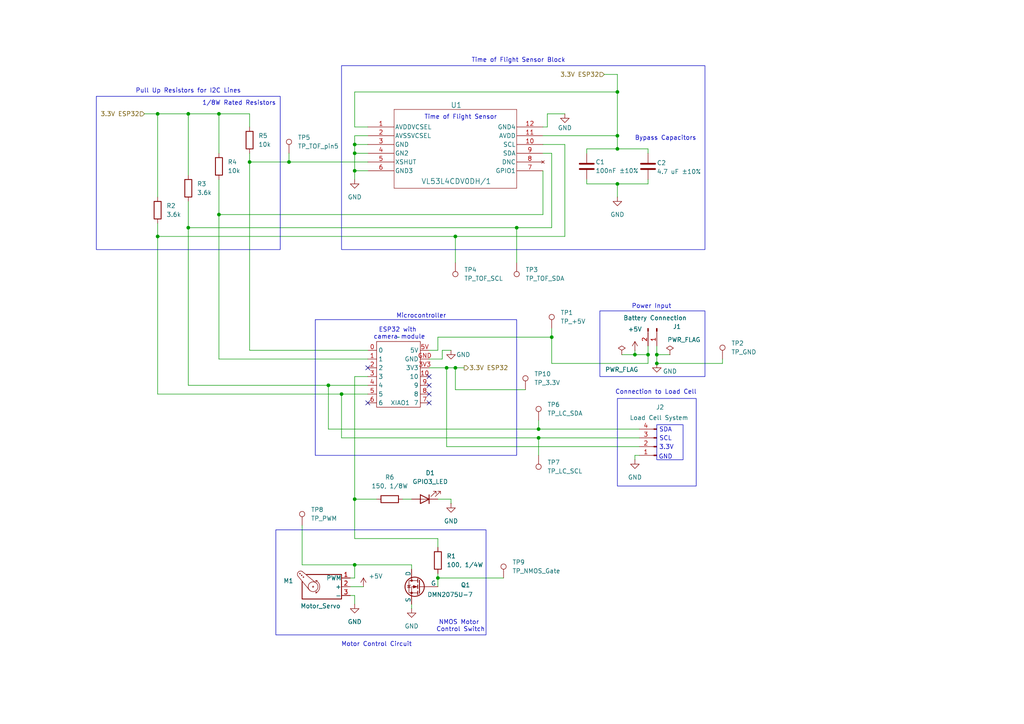
<source format=kicad_sch>
(kicad_sch
	(version 20231120)
	(generator "eeschema")
	(generator_version "8.0")
	(uuid "4a73f465-886d-4378-8516-1a23eab5bf6b")
	(paper "A4")
	(title_block
		(title "Anti-Squirrel Birdwatch Feeder Draft Schematic")
		(date "2024-11-17")
		(rev "D")
		(company "Group 7: Annika Boyd, Sal Esmaeil, Mitch Montee, Nate Sjullie, Nitin Suryadevara")
	)
	(lib_symbols
		(symbol "2024-11-07_06-19-20:VL53L4CDV0DH_1"
			(pin_names
				(offset 0.254)
			)
			(exclude_from_sim no)
			(in_bom yes)
			(on_board yes)
			(property "Reference" "U1"
				(at 25.654 6.35 0)
				(effects
					(font
						(size 1.524 1.524)
					)
				)
			)
			(property "Value" "VL53L4CDV0DH/1"
				(at 25.654 -15.748 0)
				(effects
					(font
						(size 1.524 1.524)
					)
				)
			)
			(property "Footprint" "ul_VL53L4CDV0DH-1:time of flight"
				(at 26.67 3.048 0)
				(effects
					(font
						(size 1.27 1.27)
						(italic yes)
					)
					(hide yes)
				)
			)
			(property "Datasheet" "VL53L4CDV0DH/1"
				(at 27.94 -3.302 0)
				(effects
					(font
						(size 1.27 1.27)
						(italic yes)
					)
					(hide yes)
				)
			)
			(property "Description" ""
				(at 0 0 0)
				(effects
					(font
						(size 1.27 1.27)
					)
					(hide yes)
				)
			)
			(property "ki_locked" ""
				(at 0 0 0)
				(effects
					(font
						(size 1.27 1.27)
					)
				)
			)
			(property "ki_keywords" "VL53L4CDV0DH/1"
				(at 0 0 0)
				(effects
					(font
						(size 1.27 1.27)
					)
					(hide yes)
				)
			)
			(property "ki_fp_filters" "LGA12_STM"
				(at 0 0 0)
				(effects
					(font
						(size 1.27 1.27)
					)
					(hide yes)
				)
			)
			(symbol "VL53L4CDV0DH_1_1_1"
				(polyline
					(pts
						(xy 7.62 -17.78) (xy 43.18 -17.78)
					)
					(stroke
						(width 0.127)
						(type default)
					)
					(fill
						(type none)
					)
				)
				(polyline
					(pts
						(xy 7.62 5.08) (xy 7.62 -17.78)
					)
					(stroke
						(width 0.127)
						(type default)
					)
					(fill
						(type none)
					)
				)
				(polyline
					(pts
						(xy 43.18 -17.78) (xy 43.18 5.08)
					)
					(stroke
						(width 0.127)
						(type default)
					)
					(fill
						(type none)
					)
				)
				(polyline
					(pts
						(xy 43.18 5.08) (xy 7.62 5.08)
					)
					(stroke
						(width 0.127)
						(type default)
					)
					(fill
						(type none)
					)
				)
				(pin power_in line
					(at 0 0 0)
					(length 7.62)
					(name "AVDDVCSEL"
						(effects
							(font
								(size 1.27 1.27)
							)
						)
					)
					(number "1"
						(effects
							(font
								(size 1.27 1.27)
							)
						)
					)
				)
				(pin bidirectional line
					(at 50.8 -5.08 180)
					(length 7.62)
					(name "SCL"
						(effects
							(font
								(size 1.27 1.27)
							)
						)
					)
					(number "10"
						(effects
							(font
								(size 1.27 1.27)
							)
						)
					)
				)
				(pin power_in line
					(at 50.8 -2.54 180)
					(length 7.62)
					(name "AVDD"
						(effects
							(font
								(size 1.27 1.27)
							)
						)
					)
					(number "11"
						(effects
							(font
								(size 1.27 1.27)
							)
						)
					)
				)
				(pin power_in line
					(at 50.8 0 180)
					(length 7.62)
					(name "GND4"
						(effects
							(font
								(size 1.27 1.27)
							)
						)
					)
					(number "12"
						(effects
							(font
								(size 1.27 1.27)
							)
						)
					)
				)
				(pin power_in line
					(at 0 -2.54 0)
					(length 7.62)
					(name "AVSSVCSEL"
						(effects
							(font
								(size 1.27 1.27)
							)
						)
					)
					(number "2"
						(effects
							(font
								(size 1.27 1.27)
							)
						)
					)
				)
				(pin power_in line
					(at 0 -5.08 0)
					(length 7.62)
					(name "GND"
						(effects
							(font
								(size 1.27 1.27)
							)
						)
					)
					(number "3"
						(effects
							(font
								(size 1.27 1.27)
							)
						)
					)
				)
				(pin power_in line
					(at 0 -7.62 0)
					(length 7.62)
					(name "GN2"
						(effects
							(font
								(size 1.27 1.27)
							)
						)
					)
					(number "4"
						(effects
							(font
								(size 1.27 1.27)
							)
						)
					)
				)
				(pin unspecified line
					(at 0 -10.16 0)
					(length 7.62)
					(name "XSHUT"
						(effects
							(font
								(size 1.27 1.27)
							)
						)
					)
					(number "5"
						(effects
							(font
								(size 1.27 1.27)
							)
						)
					)
				)
				(pin power_in line
					(at 0 -12.7 0)
					(length 7.62)
					(name "GND3"
						(effects
							(font
								(size 1.27 1.27)
							)
						)
					)
					(number "6"
						(effects
							(font
								(size 1.27 1.27)
							)
						)
					)
				)
				(pin bidirectional line
					(at 50.8 -12.7 180)
					(length 7.62)
					(name "GPIO1"
						(effects
							(font
								(size 1.27 1.27)
							)
						)
					)
					(number "7"
						(effects
							(font
								(size 1.27 1.27)
							)
						)
					)
				)
				(pin no_connect line
					(at 50.8 -10.16 180)
					(length 7.62)
					(name "DNC"
						(effects
							(font
								(size 1.27 1.27)
							)
						)
					)
					(number "8"
						(effects
							(font
								(size 1.27 1.27)
							)
						)
					)
				)
				(pin bidirectional line
					(at 50.8 -7.62 180)
					(length 7.62)
					(name "SDA"
						(effects
							(font
								(size 1.27 1.27)
							)
						)
					)
					(number "9"
						(effects
							(font
								(size 1.27 1.27)
							)
						)
					)
				)
			)
		)
		(symbol "Connector:Conn_01x02_Pin"
			(pin_names
				(offset 1.016) hide)
			(exclude_from_sim no)
			(in_bom yes)
			(on_board yes)
			(property "Reference" "J1"
				(at -0.508 5.842 90)
				(effects
					(font
						(size 1.27 1.27)
					)
				)
			)
			(property "Value" "Battery Connection"
				(at -2.54 -0.762 90)
				(effects
					(font
						(size 1.27 1.27)
					)
				)
			)
			(property "Footprint" "Connector_PinHeader_2.54mm:PinHeader_1x02_P2.54mm_Vertical"
				(at -4.064 9.906 0)
				(effects
					(font
						(size 1.27 1.27)
					)
					(hide yes)
				)
			)
			(property "Datasheet" "~"
				(at 0 0 0)
				(effects
					(font
						(size 1.27 1.27)
					)
					(hide yes)
				)
			)
			(property "Description" "Generic connector, single row, 01x02, script generated"
				(at -1.524 6.604 0)
				(effects
					(font
						(size 1.27 1.27)
					)
					(hide yes)
				)
			)
			(property "ki_locked" ""
				(at 0 0 0)
				(effects
					(font
						(size 1.27 1.27)
					)
				)
			)
			(property "ki_keywords" "connector"
				(at 0 0 0)
				(effects
					(font
						(size 1.27 1.27)
					)
					(hide yes)
				)
			)
			(property "ki_fp_filters" "Connector*:*_1x??_*"
				(at 0 0 0)
				(effects
					(font
						(size 1.27 1.27)
					)
					(hide yes)
				)
			)
			(symbol "Conn_01x02_Pin_1_1"
				(polyline
					(pts
						(xy 1.27 -2.54) (xy 0.8636 -2.54)
					)
					(stroke
						(width 0.1524)
						(type default)
					)
					(fill
						(type none)
					)
				)
				(polyline
					(pts
						(xy 1.27 0) (xy 0.8636 0)
					)
					(stroke
						(width 0.1524)
						(type default)
					)
					(fill
						(type none)
					)
				)
				(rectangle
					(start 0.8636 -2.413)
					(end 0 -2.667)
					(stroke
						(width 0.1524)
						(type default)
					)
					(fill
						(type outline)
					)
				)
				(rectangle
					(start 0.8636 0.127)
					(end 0 -0.127)
					(stroke
						(width 0.1524)
						(type default)
					)
					(fill
						(type outline)
					)
				)
				(pin power_in line
					(at 5.08 0 180)
					(length 3.81)
					(name "Pin_1"
						(effects
							(font
								(size 1.27 1.27)
							)
						)
					)
					(number "1"
						(effects
							(font
								(size 1.27 1.27)
							)
						)
					)
				)
				(pin power_in line
					(at 5.08 -2.54 180)
					(length 3.81)
					(name "Pin_2"
						(effects
							(font
								(size 1.27 1.27)
							)
						)
					)
					(number "2"
						(effects
							(font
								(size 1.27 1.27)
							)
						)
					)
				)
			)
		)
		(symbol "Connector:Conn_01x04_Pin"
			(pin_names
				(offset 1.016) hide)
			(exclude_from_sim no)
			(in_bom yes)
			(on_board yes)
			(property "Reference" "J"
				(at 0 5.08 0)
				(effects
					(font
						(size 1.27 1.27)
					)
				)
			)
			(property "Value" "Conn_01x04_Pin"
				(at 0 -7.62 0)
				(effects
					(font
						(size 1.27 1.27)
					)
				)
			)
			(property "Footprint" ""
				(at 0 0 0)
				(effects
					(font
						(size 1.27 1.27)
					)
					(hide yes)
				)
			)
			(property "Datasheet" "~"
				(at 0 0 0)
				(effects
					(font
						(size 1.27 1.27)
					)
					(hide yes)
				)
			)
			(property "Description" "Generic connector, single row, 01x04, script generated"
				(at 0 0 0)
				(effects
					(font
						(size 1.27 1.27)
					)
					(hide yes)
				)
			)
			(property "ki_locked" ""
				(at 0 0 0)
				(effects
					(font
						(size 1.27 1.27)
					)
				)
			)
			(property "ki_keywords" "connector"
				(at 0 0 0)
				(effects
					(font
						(size 1.27 1.27)
					)
					(hide yes)
				)
			)
			(property "ki_fp_filters" "Connector*:*_1x??_*"
				(at 0 0 0)
				(effects
					(font
						(size 1.27 1.27)
					)
					(hide yes)
				)
			)
			(symbol "Conn_01x04_Pin_1_1"
				(polyline
					(pts
						(xy 1.27 -5.08) (xy 0.8636 -5.08)
					)
					(stroke
						(width 0.1524)
						(type default)
					)
					(fill
						(type none)
					)
				)
				(polyline
					(pts
						(xy 1.27 -2.54) (xy 0.8636 -2.54)
					)
					(stroke
						(width 0.1524)
						(type default)
					)
					(fill
						(type none)
					)
				)
				(polyline
					(pts
						(xy 1.27 0) (xy 0.8636 0)
					)
					(stroke
						(width 0.1524)
						(type default)
					)
					(fill
						(type none)
					)
				)
				(polyline
					(pts
						(xy 1.27 2.54) (xy 0.8636 2.54)
					)
					(stroke
						(width 0.1524)
						(type default)
					)
					(fill
						(type none)
					)
				)
				(rectangle
					(start 0.8636 -4.953)
					(end 0 -5.207)
					(stroke
						(width 0.1524)
						(type default)
					)
					(fill
						(type outline)
					)
				)
				(rectangle
					(start 0.8636 -2.413)
					(end 0 -2.667)
					(stroke
						(width 0.1524)
						(type default)
					)
					(fill
						(type outline)
					)
				)
				(rectangle
					(start 0.8636 0.127)
					(end 0 -0.127)
					(stroke
						(width 0.1524)
						(type default)
					)
					(fill
						(type outline)
					)
				)
				(rectangle
					(start 0.8636 2.667)
					(end 0 2.413)
					(stroke
						(width 0.1524)
						(type default)
					)
					(fill
						(type outline)
					)
				)
				(pin passive line
					(at 5.08 2.54 180)
					(length 3.81)
					(name "Pin_1"
						(effects
							(font
								(size 1.27 1.27)
							)
						)
					)
					(number "1"
						(effects
							(font
								(size 1.27 1.27)
							)
						)
					)
				)
				(pin passive line
					(at 5.08 0 180)
					(length 3.81)
					(name "Pin_2"
						(effects
							(font
								(size 1.27 1.27)
							)
						)
					)
					(number "2"
						(effects
							(font
								(size 1.27 1.27)
							)
						)
					)
				)
				(pin passive line
					(at 5.08 -2.54 180)
					(length 3.81)
					(name "Pin_3"
						(effects
							(font
								(size 1.27 1.27)
							)
						)
					)
					(number "3"
						(effects
							(font
								(size 1.27 1.27)
							)
						)
					)
				)
				(pin passive line
					(at 5.08 -5.08 180)
					(length 3.81)
					(name "Pin_4"
						(effects
							(font
								(size 1.27 1.27)
							)
						)
					)
					(number "4"
						(effects
							(font
								(size 1.27 1.27)
							)
						)
					)
				)
			)
		)
		(symbol "Connector:TestPoint"
			(pin_numbers hide)
			(pin_names
				(offset 0.762) hide)
			(exclude_from_sim no)
			(in_bom yes)
			(on_board yes)
			(property "Reference" "TP"
				(at 0 6.858 0)
				(effects
					(font
						(size 1.27 1.27)
					)
				)
			)
			(property "Value" "TestPoint"
				(at 0 5.08 0)
				(effects
					(font
						(size 1.27 1.27)
					)
				)
			)
			(property "Footprint" ""
				(at 5.08 0 0)
				(effects
					(font
						(size 1.27 1.27)
					)
					(hide yes)
				)
			)
			(property "Datasheet" "~"
				(at 5.08 0 0)
				(effects
					(font
						(size 1.27 1.27)
					)
					(hide yes)
				)
			)
			(property "Description" "test point"
				(at 0 0 0)
				(effects
					(font
						(size 1.27 1.27)
					)
					(hide yes)
				)
			)
			(property "ki_keywords" "test point tp"
				(at 0 0 0)
				(effects
					(font
						(size 1.27 1.27)
					)
					(hide yes)
				)
			)
			(property "ki_fp_filters" "Pin* Test*"
				(at 0 0 0)
				(effects
					(font
						(size 1.27 1.27)
					)
					(hide yes)
				)
			)
			(symbol "TestPoint_0_1"
				(circle
					(center 0 3.302)
					(radius 0.762)
					(stroke
						(width 0)
						(type default)
					)
					(fill
						(type none)
					)
				)
			)
			(symbol "TestPoint_1_1"
				(pin passive line
					(at 0 0 90)
					(length 2.54)
					(name "1"
						(effects
							(font
								(size 1.27 1.27)
							)
						)
					)
					(number "1"
						(effects
							(font
								(size 1.27 1.27)
							)
						)
					)
				)
			)
		)
		(symbol "Device:C"
			(pin_numbers hide)
			(pin_names
				(offset 0.254)
			)
			(exclude_from_sim no)
			(in_bom yes)
			(on_board yes)
			(property "Reference" "C"
				(at 0.635 2.54 0)
				(effects
					(font
						(size 1.27 1.27)
					)
					(justify left)
				)
			)
			(property "Value" "C"
				(at 0.635 -2.54 0)
				(effects
					(font
						(size 1.27 1.27)
					)
					(justify left)
				)
			)
			(property "Footprint" ""
				(at 0.9652 -3.81 0)
				(effects
					(font
						(size 1.27 1.27)
					)
					(hide yes)
				)
			)
			(property "Datasheet" "~"
				(at 0 0 0)
				(effects
					(font
						(size 1.27 1.27)
					)
					(hide yes)
				)
			)
			(property "Description" "Unpolarized capacitor"
				(at 0 0 0)
				(effects
					(font
						(size 1.27 1.27)
					)
					(hide yes)
				)
			)
			(property "ki_keywords" "cap capacitor"
				(at 0 0 0)
				(effects
					(font
						(size 1.27 1.27)
					)
					(hide yes)
				)
			)
			(property "ki_fp_filters" "C_*"
				(at 0 0 0)
				(effects
					(font
						(size 1.27 1.27)
					)
					(hide yes)
				)
			)
			(symbol "C_0_1"
				(polyline
					(pts
						(xy -2.032 -0.762) (xy 2.032 -0.762)
					)
					(stroke
						(width 0.508)
						(type default)
					)
					(fill
						(type none)
					)
				)
				(polyline
					(pts
						(xy -2.032 0.762) (xy 2.032 0.762)
					)
					(stroke
						(width 0.508)
						(type default)
					)
					(fill
						(type none)
					)
				)
			)
			(symbol "C_1_1"
				(pin passive line
					(at 0 3.81 270)
					(length 2.794)
					(name "~"
						(effects
							(font
								(size 1.27 1.27)
							)
						)
					)
					(number "1"
						(effects
							(font
								(size 1.27 1.27)
							)
						)
					)
				)
				(pin passive line
					(at 0 -3.81 90)
					(length 2.794)
					(name "~"
						(effects
							(font
								(size 1.27 1.27)
							)
						)
					)
					(number "2"
						(effects
							(font
								(size 1.27 1.27)
							)
						)
					)
				)
			)
		)
		(symbol "Device:LED"
			(pin_numbers hide)
			(pin_names
				(offset 1.016) hide)
			(exclude_from_sim no)
			(in_bom yes)
			(on_board yes)
			(property "Reference" "D"
				(at 0 2.54 0)
				(effects
					(font
						(size 1.27 1.27)
					)
				)
			)
			(property "Value" "LED"
				(at 0 -2.54 0)
				(effects
					(font
						(size 1.27 1.27)
					)
				)
			)
			(property "Footprint" ""
				(at 0 0 0)
				(effects
					(font
						(size 1.27 1.27)
					)
					(hide yes)
				)
			)
			(property "Datasheet" "~"
				(at 0 0 0)
				(effects
					(font
						(size 1.27 1.27)
					)
					(hide yes)
				)
			)
			(property "Description" "Light emitting diode"
				(at 0 0 0)
				(effects
					(font
						(size 1.27 1.27)
					)
					(hide yes)
				)
			)
			(property "ki_keywords" "LED diode"
				(at 0 0 0)
				(effects
					(font
						(size 1.27 1.27)
					)
					(hide yes)
				)
			)
			(property "ki_fp_filters" "LED* LED_SMD:* LED_THT:*"
				(at 0 0 0)
				(effects
					(font
						(size 1.27 1.27)
					)
					(hide yes)
				)
			)
			(symbol "LED_0_1"
				(polyline
					(pts
						(xy -1.27 -1.27) (xy -1.27 1.27)
					)
					(stroke
						(width 0.254)
						(type default)
					)
					(fill
						(type none)
					)
				)
				(polyline
					(pts
						(xy -1.27 0) (xy 1.27 0)
					)
					(stroke
						(width 0)
						(type default)
					)
					(fill
						(type none)
					)
				)
				(polyline
					(pts
						(xy 1.27 -1.27) (xy 1.27 1.27) (xy -1.27 0) (xy 1.27 -1.27)
					)
					(stroke
						(width 0.254)
						(type default)
					)
					(fill
						(type none)
					)
				)
				(polyline
					(pts
						(xy -3.048 -0.762) (xy -4.572 -2.286) (xy -3.81 -2.286) (xy -4.572 -2.286) (xy -4.572 -1.524)
					)
					(stroke
						(width 0)
						(type default)
					)
					(fill
						(type none)
					)
				)
				(polyline
					(pts
						(xy -1.778 -0.762) (xy -3.302 -2.286) (xy -2.54 -2.286) (xy -3.302 -2.286) (xy -3.302 -1.524)
					)
					(stroke
						(width 0)
						(type default)
					)
					(fill
						(type none)
					)
				)
			)
			(symbol "LED_1_1"
				(pin passive line
					(at -3.81 0 0)
					(length 2.54)
					(name "K"
						(effects
							(font
								(size 1.27 1.27)
							)
						)
					)
					(number "1"
						(effects
							(font
								(size 1.27 1.27)
							)
						)
					)
				)
				(pin passive line
					(at 3.81 0 180)
					(length 2.54)
					(name "A"
						(effects
							(font
								(size 1.27 1.27)
							)
						)
					)
					(number "2"
						(effects
							(font
								(size 1.27 1.27)
							)
						)
					)
				)
			)
		)
		(symbol "Device:R"
			(pin_numbers hide)
			(pin_names
				(offset 0)
			)
			(exclude_from_sim no)
			(in_bom yes)
			(on_board yes)
			(property "Reference" "R"
				(at 2.032 0 90)
				(effects
					(font
						(size 1.27 1.27)
					)
				)
			)
			(property "Value" "R"
				(at 0 0 90)
				(effects
					(font
						(size 1.27 1.27)
					)
				)
			)
			(property "Footprint" ""
				(at -1.778 0 90)
				(effects
					(font
						(size 1.27 1.27)
					)
					(hide yes)
				)
			)
			(property "Datasheet" "~"
				(at 0 0 0)
				(effects
					(font
						(size 1.27 1.27)
					)
					(hide yes)
				)
			)
			(property "Description" "Resistor"
				(at 0 0 0)
				(effects
					(font
						(size 1.27 1.27)
					)
					(hide yes)
				)
			)
			(property "ki_keywords" "R res resistor"
				(at 0 0 0)
				(effects
					(font
						(size 1.27 1.27)
					)
					(hide yes)
				)
			)
			(property "ki_fp_filters" "R_*"
				(at 0 0 0)
				(effects
					(font
						(size 1.27 1.27)
					)
					(hide yes)
				)
			)
			(symbol "R_0_1"
				(rectangle
					(start -1.016 -2.54)
					(end 1.016 2.54)
					(stroke
						(width 0.254)
						(type default)
					)
					(fill
						(type none)
					)
				)
			)
			(symbol "R_1_1"
				(pin passive line
					(at 0 3.81 270)
					(length 1.27)
					(name "~"
						(effects
							(font
								(size 1.27 1.27)
							)
						)
					)
					(number "1"
						(effects
							(font
								(size 1.27 1.27)
							)
						)
					)
				)
				(pin passive line
					(at 0 -3.81 90)
					(length 1.27)
					(name "~"
						(effects
							(font
								(size 1.27 1.27)
							)
						)
					)
					(number "2"
						(effects
							(font
								(size 1.27 1.27)
							)
						)
					)
				)
			)
		)
		(symbol "Motor:Motor_Servo"
			(pin_names
				(offset 0.0254)
			)
			(exclude_from_sim no)
			(in_bom yes)
			(on_board yes)
			(property "Reference" "M"
				(at -5.08 4.445 0)
				(effects
					(font
						(size 1.27 1.27)
					)
					(justify left)
				)
			)
			(property "Value" "Motor_Servo"
				(at -5.08 -4.064 0)
				(effects
					(font
						(size 1.27 1.27)
					)
					(justify left top)
				)
			)
			(property "Footprint" ""
				(at 0 -4.826 0)
				(effects
					(font
						(size 1.27 1.27)
					)
					(hide yes)
				)
			)
			(property "Datasheet" "http://forums.parallax.com/uploads/attachments/46831/74481.png"
				(at 0 -4.826 0)
				(effects
					(font
						(size 1.27 1.27)
					)
					(hide yes)
				)
			)
			(property "Description" "Servo Motor (Futaba, HiTec, JR connector)"
				(at 0 0 0)
				(effects
					(font
						(size 1.27 1.27)
					)
					(hide yes)
				)
			)
			(property "ki_keywords" "Servo Motor"
				(at 0 0 0)
				(effects
					(font
						(size 1.27 1.27)
					)
					(hide yes)
				)
			)
			(property "ki_fp_filters" "PinHeader*P2.54mm*"
				(at 0 0 0)
				(effects
					(font
						(size 1.27 1.27)
					)
					(hide yes)
				)
			)
			(symbol "Motor_Servo_0_1"
				(polyline
					(pts
						(xy 2.413 -1.778) (xy 2.032 -1.778)
					)
					(stroke
						(width 0)
						(type default)
					)
					(fill
						(type none)
					)
				)
				(polyline
					(pts
						(xy 2.413 -1.778) (xy 2.286 -1.397)
					)
					(stroke
						(width 0)
						(type default)
					)
					(fill
						(type none)
					)
				)
				(polyline
					(pts
						(xy 2.413 1.778) (xy 1.905 1.778)
					)
					(stroke
						(width 0)
						(type default)
					)
					(fill
						(type none)
					)
				)
				(polyline
					(pts
						(xy 2.413 1.778) (xy 2.286 1.397)
					)
					(stroke
						(width 0)
						(type default)
					)
					(fill
						(type none)
					)
				)
				(polyline
					(pts
						(xy 6.35 4.445) (xy 2.54 1.27)
					)
					(stroke
						(width 0)
						(type default)
					)
					(fill
						(type none)
					)
				)
				(polyline
					(pts
						(xy 7.62 3.175) (xy 4.191 -1.016)
					)
					(stroke
						(width 0)
						(type default)
					)
					(fill
						(type none)
					)
				)
				(polyline
					(pts
						(xy 5.08 3.556) (xy -5.08 3.556) (xy -5.08 -3.556) (xy 6.35 -3.556) (xy 6.35 1.524)
					)
					(stroke
						(width 0.254)
						(type default)
					)
					(fill
						(type none)
					)
				)
				(arc
					(start 2.413 1.778)
					(mid 1.2406 0)
					(end 2.413 -1.778)
					(stroke
						(width 0)
						(type default)
					)
					(fill
						(type none)
					)
				)
				(circle
					(center 3.175 0)
					(radius 0.1778)
					(stroke
						(width 0)
						(type default)
					)
					(fill
						(type none)
					)
				)
				(circle
					(center 3.175 0)
					(radius 1.4224)
					(stroke
						(width 0)
						(type default)
					)
					(fill
						(type none)
					)
				)
				(circle
					(center 5.969 2.794)
					(radius 0.127)
					(stroke
						(width 0)
						(type default)
					)
					(fill
						(type none)
					)
				)
				(circle
					(center 6.477 3.302)
					(radius 0.127)
					(stroke
						(width 0)
						(type default)
					)
					(fill
						(type none)
					)
				)
				(circle
					(center 6.985 3.81)
					(radius 0.127)
					(stroke
						(width 0)
						(type default)
					)
					(fill
						(type none)
					)
				)
				(arc
					(start 7.62 3.175)
					(mid 7.4485 4.2735)
					(end 6.35 4.445)
					(stroke
						(width 0)
						(type default)
					)
					(fill
						(type none)
					)
				)
			)
			(symbol "Motor_Servo_1_1"
				(pin passive line
					(at -7.62 2.54 0)
					(length 2.54)
					(name "PWM"
						(effects
							(font
								(size 1.27 1.27)
							)
						)
					)
					(number "1"
						(effects
							(font
								(size 1.27 1.27)
							)
						)
					)
				)
				(pin passive line
					(at -7.62 0 0)
					(length 2.54)
					(name "+"
						(effects
							(font
								(size 1.27 1.27)
							)
						)
					)
					(number "2"
						(effects
							(font
								(size 1.27 1.27)
							)
						)
					)
				)
				(pin passive line
					(at -7.62 -2.54 0)
					(length 2.54)
					(name "-"
						(effects
							(font
								(size 1.27 1.27)
							)
						)
					)
					(number "3"
						(effects
							(font
								(size 1.27 1.27)
							)
						)
					)
				)
			)
		)
		(symbol "Simulation_SPICE:NMOS"
			(pin_numbers hide)
			(pin_names
				(offset 0)
			)
			(exclude_from_sim no)
			(in_bom yes)
			(on_board yes)
			(property "Reference" "Q"
				(at 5.08 1.27 0)
				(effects
					(font
						(size 1.27 1.27)
					)
					(justify left)
				)
			)
			(property "Value" "NMOS"
				(at 5.08 -1.27 0)
				(effects
					(font
						(size 1.27 1.27)
					)
					(justify left)
				)
			)
			(property "Footprint" ""
				(at 5.08 2.54 0)
				(effects
					(font
						(size 1.27 1.27)
					)
					(hide yes)
				)
			)
			(property "Datasheet" "https://ngspice.sourceforge.io/docs/ngspice-html-manual/manual.xhtml#cha_MOSFETs"
				(at 0 -12.7 0)
				(effects
					(font
						(size 1.27 1.27)
					)
					(hide yes)
				)
			)
			(property "Description" "N-MOSFET transistor, drain/source/gate"
				(at 0 0 0)
				(effects
					(font
						(size 1.27 1.27)
					)
					(hide yes)
				)
			)
			(property "Sim.Device" "NMOS"
				(at 0 -17.145 0)
				(effects
					(font
						(size 1.27 1.27)
					)
					(hide yes)
				)
			)
			(property "Sim.Type" "VDMOS"
				(at 0 -19.05 0)
				(effects
					(font
						(size 1.27 1.27)
					)
					(hide yes)
				)
			)
			(property "Sim.Pins" "1=D 2=G 3=S"
				(at 0 -15.24 0)
				(effects
					(font
						(size 1.27 1.27)
					)
					(hide yes)
				)
			)
			(property "ki_keywords" "transistor NMOS N-MOS N-MOSFET simulation"
				(at 0 0 0)
				(effects
					(font
						(size 1.27 1.27)
					)
					(hide yes)
				)
			)
			(symbol "NMOS_0_1"
				(polyline
					(pts
						(xy 0.254 0) (xy -2.54 0)
					)
					(stroke
						(width 0)
						(type default)
					)
					(fill
						(type none)
					)
				)
				(polyline
					(pts
						(xy 0.254 1.905) (xy 0.254 -1.905)
					)
					(stroke
						(width 0.254)
						(type default)
					)
					(fill
						(type none)
					)
				)
				(polyline
					(pts
						(xy 0.762 -1.27) (xy 0.762 -2.286)
					)
					(stroke
						(width 0.254)
						(type default)
					)
					(fill
						(type none)
					)
				)
				(polyline
					(pts
						(xy 0.762 0.508) (xy 0.762 -0.508)
					)
					(stroke
						(width 0.254)
						(type default)
					)
					(fill
						(type none)
					)
				)
				(polyline
					(pts
						(xy 0.762 2.286) (xy 0.762 1.27)
					)
					(stroke
						(width 0.254)
						(type default)
					)
					(fill
						(type none)
					)
				)
				(polyline
					(pts
						(xy 2.54 2.54) (xy 2.54 1.778)
					)
					(stroke
						(width 0)
						(type default)
					)
					(fill
						(type none)
					)
				)
				(polyline
					(pts
						(xy 2.54 -2.54) (xy 2.54 0) (xy 0.762 0)
					)
					(stroke
						(width 0)
						(type default)
					)
					(fill
						(type none)
					)
				)
				(polyline
					(pts
						(xy 0.762 -1.778) (xy 3.302 -1.778) (xy 3.302 1.778) (xy 0.762 1.778)
					)
					(stroke
						(width 0)
						(type default)
					)
					(fill
						(type none)
					)
				)
				(polyline
					(pts
						(xy 1.016 0) (xy 2.032 0.381) (xy 2.032 -0.381) (xy 1.016 0)
					)
					(stroke
						(width 0)
						(type default)
					)
					(fill
						(type outline)
					)
				)
				(polyline
					(pts
						(xy 2.794 0.508) (xy 2.921 0.381) (xy 3.683 0.381) (xy 3.81 0.254)
					)
					(stroke
						(width 0)
						(type default)
					)
					(fill
						(type none)
					)
				)
				(polyline
					(pts
						(xy 3.302 0.381) (xy 2.921 -0.254) (xy 3.683 -0.254) (xy 3.302 0.381)
					)
					(stroke
						(width 0)
						(type default)
					)
					(fill
						(type none)
					)
				)
				(circle
					(center 1.651 0)
					(radius 2.794)
					(stroke
						(width 0.254)
						(type default)
					)
					(fill
						(type none)
					)
				)
				(circle
					(center 2.54 -1.778)
					(radius 0.254)
					(stroke
						(width 0)
						(type default)
					)
					(fill
						(type outline)
					)
				)
				(circle
					(center 2.54 1.778)
					(radius 0.254)
					(stroke
						(width 0)
						(type default)
					)
					(fill
						(type outline)
					)
				)
			)
			(symbol "NMOS_1_1"
				(pin passive line
					(at 2.54 5.08 270)
					(length 2.54)
					(name "D"
						(effects
							(font
								(size 1.27 1.27)
							)
						)
					)
					(number "1"
						(effects
							(font
								(size 1.27 1.27)
							)
						)
					)
				)
				(pin input line
					(at -5.08 0 0)
					(length 2.54)
					(name "G"
						(effects
							(font
								(size 1.27 1.27)
							)
						)
					)
					(number "2"
						(effects
							(font
								(size 1.27 1.27)
							)
						)
					)
				)
				(pin passive line
					(at 2.54 -5.08 90)
					(length 2.54)
					(name "S"
						(effects
							(font
								(size 1.27 1.27)
							)
						)
					)
					(number "3"
						(effects
							(font
								(size 1.27 1.27)
							)
						)
					)
				)
			)
		)
		(symbol "XIAO:esp32s3"
			(exclude_from_sim no)
			(in_bom yes)
			(on_board yes)
			(property "Reference" "XIAO1"
				(at 0.508 -19.05 0)
				(effects
					(font
						(size 1.27 1.27)
					)
				)
			)
			(property "Value" "~"
				(at 0 0 0)
				(effects
					(font
						(size 1.27 1.27)
					)
				)
			)
			(property "Footprint" "XIAO_:XIAO_QTpy_SMD"
				(at 0 0 0)
				(effects
					(font
						(size 1.27 1.27)
					)
					(hide yes)
				)
			)
			(property "Datasheet" ""
				(at 0 0 0)
				(effects
					(font
						(size 1.27 1.27)
					)
					(hide yes)
				)
			)
			(property "Description" ""
				(at 0 0 0)
				(effects
					(font
						(size 1.27 1.27)
					)
					(hide yes)
				)
			)
			(symbol "esp32s3_0_1"
				(rectangle
					(start -6.35 -1.27)
					(end 6.35 -20.32)
					(stroke
						(width 0)
						(type default)
					)
					(fill
						(type none)
					)
				)
			)
			(symbol "esp32s3_1_1"
				(pin bidirectional line
					(at -8.89 -3.81 0)
					(length 2.54)
					(name "0"
						(effects
							(font
								(size 1.27 1.27)
							)
						)
					)
					(number "0"
						(effects
							(font
								(size 1.27 1.27)
							)
						)
					)
				)
				(pin bidirectional line
					(at -8.89 -6.35 0)
					(length 2.54)
					(name "1"
						(effects
							(font
								(size 1.27 1.27)
							)
						)
					)
					(number "1"
						(effects
							(font
								(size 1.27 1.27)
							)
						)
					)
				)
				(pin bidirectional line
					(at 8.89 -11.43 180)
					(length 2.54)
					(name "10"
						(effects
							(font
								(size 1.27 1.27)
							)
						)
					)
					(number "10"
						(effects
							(font
								(size 1.27 1.27)
							)
						)
					)
				)
				(pin bidirectional line
					(at -8.89 -8.89 0)
					(length 2.54)
					(name "2"
						(effects
							(font
								(size 1.27 1.27)
							)
						)
					)
					(number "2"
						(effects
							(font
								(size 1.27 1.27)
							)
						)
					)
				)
				(pin bidirectional line
					(at -8.89 -11.43 0)
					(length 2.54)
					(name "3"
						(effects
							(font
								(size 1.27 1.27)
							)
						)
					)
					(number "3"
						(effects
							(font
								(size 1.27 1.27)
							)
						)
					)
				)
				(pin power_out line
					(at 8.89 -8.89 180)
					(length 2.54)
					(name "3V3"
						(effects
							(font
								(size 1.27 1.27)
							)
						)
					)
					(number "3V3"
						(effects
							(font
								(size 1.27 1.27)
							)
						)
					)
				)
				(pin bidirectional line
					(at -8.89 -13.97 0)
					(length 2.54)
					(name "4"
						(effects
							(font
								(size 1.27 1.27)
							)
						)
					)
					(number "4"
						(effects
							(font
								(size 1.27 1.27)
							)
						)
					)
				)
				(pin bidirectional line
					(at -8.89 -16.51 0)
					(length 2.54)
					(name "5"
						(effects
							(font
								(size 1.27 1.27)
							)
						)
					)
					(number "5"
						(effects
							(font
								(size 1.27 1.27)
							)
						)
					)
				)
				(pin bidirectional line
					(at 8.89 -3.81 180)
					(length 2.54)
					(name "5V"
						(effects
							(font
								(size 1.27 1.27)
							)
						)
					)
					(number "5V"
						(effects
							(font
								(size 1.27 1.27)
							)
						)
					)
				)
				(pin bidirectional line
					(at -8.89 -19.05 0)
					(length 2.54)
					(name "6"
						(effects
							(font
								(size 1.27 1.27)
							)
						)
					)
					(number "6"
						(effects
							(font
								(size 1.27 1.27)
							)
						)
					)
				)
				(pin bidirectional line
					(at 8.89 -19.05 180)
					(length 2.54)
					(name "7"
						(effects
							(font
								(size 1.27 1.27)
							)
						)
					)
					(number "7"
						(effects
							(font
								(size 1.27 1.27)
							)
						)
					)
				)
				(pin bidirectional line
					(at 8.89 -16.51 180)
					(length 2.54)
					(name "8"
						(effects
							(font
								(size 1.27 1.27)
							)
						)
					)
					(number "8"
						(effects
							(font
								(size 1.27 1.27)
							)
						)
					)
				)
				(pin bidirectional line
					(at 8.89 -13.97 180)
					(length 2.54)
					(name "9"
						(effects
							(font
								(size 1.27 1.27)
							)
						)
					)
					(number "9"
						(effects
							(font
								(size 1.27 1.27)
							)
						)
					)
				)
				(pin bidirectional line
					(at 8.89 -6.35 180)
					(length 2.54)
					(name "GND"
						(effects
							(font
								(size 1.27 1.27)
							)
						)
					)
					(number "GND"
						(effects
							(font
								(size 1.27 1.27)
							)
						)
					)
				)
			)
		)
		(symbol "power:+5V"
			(power)
			(pin_numbers hide)
			(pin_names
				(offset 0) hide)
			(exclude_from_sim no)
			(in_bom yes)
			(on_board yes)
			(property "Reference" "#PWR"
				(at 0 -3.81 0)
				(effects
					(font
						(size 1.27 1.27)
					)
					(hide yes)
				)
			)
			(property "Value" "+5V"
				(at 0 3.556 0)
				(effects
					(font
						(size 1.27 1.27)
					)
				)
			)
			(property "Footprint" ""
				(at 0 0 0)
				(effects
					(font
						(size 1.27 1.27)
					)
					(hide yes)
				)
			)
			(property "Datasheet" ""
				(at 0 0 0)
				(effects
					(font
						(size 1.27 1.27)
					)
					(hide yes)
				)
			)
			(property "Description" "Power symbol creates a global label with name \"+5V\""
				(at 0 0 0)
				(effects
					(font
						(size 1.27 1.27)
					)
					(hide yes)
				)
			)
			(property "ki_keywords" "global power"
				(at 0 0 0)
				(effects
					(font
						(size 1.27 1.27)
					)
					(hide yes)
				)
			)
			(symbol "+5V_0_1"
				(polyline
					(pts
						(xy -0.762 1.27) (xy 0 2.54)
					)
					(stroke
						(width 0)
						(type default)
					)
					(fill
						(type none)
					)
				)
				(polyline
					(pts
						(xy 0 0) (xy 0 2.54)
					)
					(stroke
						(width 0)
						(type default)
					)
					(fill
						(type none)
					)
				)
				(polyline
					(pts
						(xy 0 2.54) (xy 0.762 1.27)
					)
					(stroke
						(width 0)
						(type default)
					)
					(fill
						(type none)
					)
				)
			)
			(symbol "+5V_1_1"
				(pin power_in line
					(at 0 0 90)
					(length 0)
					(name "~"
						(effects
							(font
								(size 1.27 1.27)
							)
						)
					)
					(number "1"
						(effects
							(font
								(size 1.27 1.27)
							)
						)
					)
				)
			)
		)
		(symbol "power:GND"
			(power)
			(pin_numbers hide)
			(pin_names
				(offset 0) hide)
			(exclude_from_sim no)
			(in_bom yes)
			(on_board yes)
			(property "Reference" "#PWR"
				(at 0 -6.35 0)
				(effects
					(font
						(size 1.27 1.27)
					)
					(hide yes)
				)
			)
			(property "Value" "GND"
				(at 0 -3.81 0)
				(effects
					(font
						(size 1.27 1.27)
					)
				)
			)
			(property "Footprint" ""
				(at 0 0 0)
				(effects
					(font
						(size 1.27 1.27)
					)
					(hide yes)
				)
			)
			(property "Datasheet" ""
				(at 0 0 0)
				(effects
					(font
						(size 1.27 1.27)
					)
					(hide yes)
				)
			)
			(property "Description" "Power symbol creates a global label with name \"GND\" , ground"
				(at 0 0 0)
				(effects
					(font
						(size 1.27 1.27)
					)
					(hide yes)
				)
			)
			(property "ki_keywords" "global power"
				(at 0 0 0)
				(effects
					(font
						(size 1.27 1.27)
					)
					(hide yes)
				)
			)
			(symbol "GND_0_1"
				(polyline
					(pts
						(xy 0 0) (xy 0 -1.27) (xy 1.27 -1.27) (xy 0 -2.54) (xy -1.27 -1.27) (xy 0 -1.27)
					)
					(stroke
						(width 0)
						(type default)
					)
					(fill
						(type none)
					)
				)
			)
			(symbol "GND_1_1"
				(pin power_in line
					(at 0 0 270)
					(length 0)
					(name "~"
						(effects
							(font
								(size 1.27 1.27)
							)
						)
					)
					(number "1"
						(effects
							(font
								(size 1.27 1.27)
							)
						)
					)
				)
			)
		)
		(symbol "power:PWR_FLAG"
			(power)
			(pin_numbers hide)
			(pin_names
				(offset 0) hide)
			(exclude_from_sim no)
			(in_bom yes)
			(on_board yes)
			(property "Reference" "#FLG"
				(at 0 1.905 0)
				(effects
					(font
						(size 1.27 1.27)
					)
					(hide yes)
				)
			)
			(property "Value" "PWR_FLAG"
				(at 0 3.81 0)
				(effects
					(font
						(size 1.27 1.27)
					)
				)
			)
			(property "Footprint" ""
				(at 0 0 0)
				(effects
					(font
						(size 1.27 1.27)
					)
					(hide yes)
				)
			)
			(property "Datasheet" "~"
				(at 0 0 0)
				(effects
					(font
						(size 1.27 1.27)
					)
					(hide yes)
				)
			)
			(property "Description" "Special symbol for telling ERC where power comes from"
				(at 0 0 0)
				(effects
					(font
						(size 1.27 1.27)
					)
					(hide yes)
				)
			)
			(property "ki_keywords" "flag power"
				(at 0 0 0)
				(effects
					(font
						(size 1.27 1.27)
					)
					(hide yes)
				)
			)
			(symbol "PWR_FLAG_0_0"
				(pin power_out line
					(at 0 0 90)
					(length 0)
					(name "~"
						(effects
							(font
								(size 1.27 1.27)
							)
						)
					)
					(number "1"
						(effects
							(font
								(size 1.27 1.27)
							)
						)
					)
				)
			)
			(symbol "PWR_FLAG_0_1"
				(polyline
					(pts
						(xy 0 0) (xy 0 1.27) (xy -1.016 1.905) (xy 0 2.54) (xy 1.016 1.905) (xy 0 1.27)
					)
					(stroke
						(width 0)
						(type default)
					)
					(fill
						(type none)
					)
				)
			)
		)
	)
	(junction
		(at 156.21 124.46)
		(diameter 0)
		(color 0 0 0 0)
		(uuid "0b0ba077-1cf8-44fb-98f4-b72e29fc5337")
	)
	(junction
		(at 102.87 144.78)
		(diameter 0)
		(color 0 0 0 0)
		(uuid "0d398d28-9b93-463b-97c0-6c485e005300")
	)
	(junction
		(at 45.72 68.58)
		(diameter 0)
		(color 0 0 0 0)
		(uuid "122202b4-12eb-4f35-9d0c-667ca1ca05ff")
	)
	(junction
		(at 184.15 102.87)
		(diameter 0)
		(color 0 0 0 0)
		(uuid "1e04f869-a418-45ed-ab5e-465d6d38bab4")
	)
	(junction
		(at 63.5 33.02)
		(diameter 0)
		(color 0 0 0 0)
		(uuid "25f29b47-e55c-4ef9-a557-301db7c895bf")
	)
	(junction
		(at 160.02 97.79)
		(diameter 0)
		(color 0 0 0 0)
		(uuid "35b1a4e7-53ea-470c-9ccf-729f34c1e4c0")
	)
	(junction
		(at 102.87 49.53)
		(diameter 0)
		(color 0 0 0 0)
		(uuid "3712023c-d99f-4450-a672-a5774cbff3ed")
	)
	(junction
		(at 187.96 102.87)
		(diameter 0)
		(color 0 0 0 0)
		(uuid "44211a62-12b7-4986-aa4d-028e203db32d")
	)
	(junction
		(at 132.08 106.68)
		(diameter 0)
		(color 0 0 0 0)
		(uuid "5021245d-4bd1-48d4-b014-023ae16543ea")
	)
	(junction
		(at 179.07 26.67)
		(diameter 0)
		(color 0 0 0 0)
		(uuid "5220f80e-ff0d-4f02-9968-b5095ec5eaef")
	)
	(junction
		(at 95.25 111.76)
		(diameter 0)
		(color 0 0 0 0)
		(uuid "5a63ea73-fcec-43e6-9d76-8746cb3e8119")
	)
	(junction
		(at 83.82 46.99)
		(diameter 0)
		(color 0 0 0 0)
		(uuid "5ca935f8-8f33-4983-9718-0ef373845eec")
	)
	(junction
		(at 63.5 62.23)
		(diameter 0)
		(color 0 0 0 0)
		(uuid "5f4eb021-da40-4265-baf6-9cc0d35cde1e")
	)
	(junction
		(at 127 167.64)
		(diameter 0)
		(color 0 0 0 0)
		(uuid "64e9319c-b71a-48b0-98bd-738cdc04ce25")
	)
	(junction
		(at 102.87 44.45)
		(diameter 0)
		(color 0 0 0 0)
		(uuid "66d3428b-092e-48f7-a28b-d04fca67df3e")
	)
	(junction
		(at 132.08 68.58)
		(diameter 0)
		(color 0 0 0 0)
		(uuid "6e92ba40-e5c7-4362-8148-c5df5ddd1983")
	)
	(junction
		(at 149.86 66.04)
		(diameter 0)
		(color 0 0 0 0)
		(uuid "73220ce9-9b4c-456d-b776-b7f57a4cfb11")
	)
	(junction
		(at 102.87 163.83)
		(diameter 0)
		(color 0 0 0 0)
		(uuid "7461115c-c0df-4ea8-bb2b-7fffa235ba68")
	)
	(junction
		(at 179.07 43.18)
		(diameter 0)
		(color 0 0 0 0)
		(uuid "78cc5919-b23c-42e3-8e04-d07001d6beb8")
	)
	(junction
		(at 179.07 39.37)
		(diameter 0)
		(color 0 0 0 0)
		(uuid "7a6f413d-e24e-4c13-8185-490a8b7b6ee0")
	)
	(junction
		(at 99.06 114.3)
		(diameter 0)
		(color 0 0 0 0)
		(uuid "81e8c254-a2b3-4bd7-ac5f-4053d95c4579")
	)
	(junction
		(at 54.61 33.02)
		(diameter 0)
		(color 0 0 0 0)
		(uuid "8e099e3a-fd45-4167-96eb-dd2506c7cf65")
	)
	(junction
		(at 54.61 66.04)
		(diameter 0)
		(color 0 0 0 0)
		(uuid "91a1eba9-41c7-4347-9aac-d7249fb023fa")
	)
	(junction
		(at 129.54 106.68)
		(diameter 0)
		(color 0 0 0 0)
		(uuid "92bcedb2-effc-487b-b2e1-d3a9eec69a0d")
	)
	(junction
		(at 45.72 33.02)
		(diameter 0)
		(color 0 0 0 0)
		(uuid "92d0f5e8-740b-4aff-b59b-c91252a0f581")
	)
	(junction
		(at 179.07 53.34)
		(diameter 0)
		(color 0 0 0 0)
		(uuid "aade1654-2d70-4fdc-9cf4-fef490fea61c")
	)
	(junction
		(at 190.5 102.87)
		(diameter 0)
		(color 0 0 0 0)
		(uuid "ad011780-46c7-4d30-939f-9aaff9e687d2")
	)
	(junction
		(at 190.5 105.41)
		(diameter 0)
		(color 0 0 0 0)
		(uuid "cebf5993-6f1b-4a09-9e1a-19153cbef1a2")
	)
	(junction
		(at 72.39 46.99)
		(diameter 0)
		(color 0 0 0 0)
		(uuid "e4b766d2-dd4a-4f06-b198-b7341b561355")
	)
	(junction
		(at 102.87 41.91)
		(diameter 0)
		(color 0 0 0 0)
		(uuid "fadd2c65-0c79-4fb9-a3c9-edde1e9a2334")
	)
	(junction
		(at 156.21 127)
		(diameter 0)
		(color 0 0 0 0)
		(uuid "fd80bd22-d55a-42b9-9a47-b1555566eb52")
	)
	(no_connect
		(at 106.68 116.84)
		(uuid "4137db9c-a46f-4ab1-bc9d-e0b4a51c653c")
	)
	(no_connect
		(at 106.68 106.68)
		(uuid "6d92bf3c-344c-4138-92cf-1dfffa00a69c")
	)
	(no_connect
		(at 124.46 114.3)
		(uuid "87e91eef-3bbc-41ce-a297-5ea21a8c68af")
	)
	(no_connect
		(at 124.46 116.84)
		(uuid "e91b76f6-2d0c-4cf1-8025-5e183077cd58")
	)
	(no_connect
		(at 124.46 111.76)
		(uuid "efb26064-e341-4b38-a057-4379533e54a4")
	)
	(no_connect
		(at 124.46 109.22)
		(uuid "f91bf8dc-7462-4b30-b8e4-1d2f675f1c53")
	)
	(wire
		(pts
			(xy 158.75 33.02) (xy 158.75 36.83)
		)
		(stroke
			(width 0)
			(type default)
		)
		(uuid "0140dddb-d8fd-446a-b49a-8dba17ced773")
	)
	(wire
		(pts
			(xy 99.06 127) (xy 99.06 114.3)
		)
		(stroke
			(width 0)
			(type default)
		)
		(uuid "05238f64-ea87-42e9-a040-b1610f85acfa")
	)
	(wire
		(pts
			(xy 102.87 44.45) (xy 102.87 49.53)
		)
		(stroke
			(width 0)
			(type default)
		)
		(uuid "07e5676f-8595-421f-9bb3-a085d911de80")
	)
	(wire
		(pts
			(xy 72.39 33.02) (xy 72.39 36.83)
		)
		(stroke
			(width 0)
			(type default)
		)
		(uuid "095fb48c-8729-4013-888f-df8da7126e45")
	)
	(wire
		(pts
			(xy 54.61 33.02) (xy 63.5 33.02)
		)
		(stroke
			(width 0)
			(type default)
		)
		(uuid "0be9cffc-edc1-4db2-a288-920e69cc60e3")
	)
	(wire
		(pts
			(xy 54.61 111.76) (xy 95.25 111.76)
		)
		(stroke
			(width 0)
			(type default)
		)
		(uuid "0c782c98-d0e1-426c-b2da-505486549e9f")
	)
	(wire
		(pts
			(xy 72.39 46.99) (xy 72.39 44.45)
		)
		(stroke
			(width 0)
			(type default)
		)
		(uuid "0cef6859-373b-4b3e-988f-fe6890e8c91a")
	)
	(wire
		(pts
			(xy 156.21 127) (xy 185.42 127)
		)
		(stroke
			(width 0)
			(type default)
		)
		(uuid "0d210152-371b-4ef8-9e8d-c88d9c8bdd51")
	)
	(wire
		(pts
			(xy 99.06 127) (xy 156.21 127)
		)
		(stroke
			(width 0)
			(type default)
		)
		(uuid "1469737f-9b06-48e0-af3b-f7743f254c03")
	)
	(wire
		(pts
			(xy 102.87 44.45) (xy 106.68 44.45)
		)
		(stroke
			(width 0)
			(type default)
		)
		(uuid "15fb81a5-6f23-41ec-8e07-29b2b2dab5c1")
	)
	(wire
		(pts
			(xy 95.25 111.76) (xy 106.68 111.76)
		)
		(stroke
			(width 0)
			(type default)
		)
		(uuid "18f5d17e-a1bf-48aa-9205-8225170ad3d0")
	)
	(wire
		(pts
			(xy 157.48 39.37) (xy 179.07 39.37)
		)
		(stroke
			(width 0)
			(type default)
		)
		(uuid "1a4e9257-4f43-4921-bde7-8461c0e04166")
	)
	(wire
		(pts
			(xy 179.07 26.67) (xy 179.07 39.37)
		)
		(stroke
			(width 0)
			(type default)
		)
		(uuid "1b8c7162-e063-47a8-90fa-befac4df1cda")
	)
	(wire
		(pts
			(xy 179.07 53.34) (xy 179.07 57.15)
		)
		(stroke
			(width 0)
			(type default)
		)
		(uuid "1d97b2b6-6360-48c5-9e0f-a77538b90e46")
	)
	(wire
		(pts
			(xy 45.72 33.02) (xy 54.61 33.02)
		)
		(stroke
			(width 0)
			(type default)
		)
		(uuid "1ddb0ae1-5651-4827-b42e-5914d52f7d18")
	)
	(wire
		(pts
			(xy 157.48 44.45) (xy 160.02 44.45)
		)
		(stroke
			(width 0)
			(type default)
		)
		(uuid "1e24f97b-73d0-4447-9f66-81d61dd0d876")
	)
	(wire
		(pts
			(xy 190.5 100.33) (xy 190.5 102.87)
		)
		(stroke
			(width 0)
			(type default)
		)
		(uuid "1ff41dfa-fea8-4b9b-9f07-43296cbd456b")
	)
	(wire
		(pts
			(xy 102.87 39.37) (xy 102.87 41.91)
		)
		(stroke
			(width 0)
			(type default)
		)
		(uuid "206d9078-8809-48d4-a4ea-e8abd7f91aed")
	)
	(wire
		(pts
			(xy 102.87 49.53) (xy 106.68 49.53)
		)
		(stroke
			(width 0)
			(type default)
		)
		(uuid "2071e110-48ab-4bfe-889e-9e033f8c8e8e")
	)
	(wire
		(pts
			(xy 83.82 46.99) (xy 106.68 46.99)
		)
		(stroke
			(width 0)
			(type default)
		)
		(uuid "20c00283-195e-4dba-b1cd-75312402cad0")
	)
	(wire
		(pts
			(xy 101.6 170.18) (xy 105.41 170.18)
		)
		(stroke
			(width 0)
			(type default)
		)
		(uuid "21a7603d-eb99-4e2e-bff6-dc4c3bf1e79a")
	)
	(wire
		(pts
			(xy 158.75 36.83) (xy 157.48 36.83)
		)
		(stroke
			(width 0)
			(type default)
		)
		(uuid "243f8c91-573e-4f96-8715-bfed0baecd5f")
	)
	(wire
		(pts
			(xy 132.08 68.58) (xy 163.83 68.58)
		)
		(stroke
			(width 0)
			(type default)
		)
		(uuid "29d12dfd-fc12-4020-9636-6b6d3e08afd6")
	)
	(wire
		(pts
			(xy 129.54 106.68) (xy 129.54 129.54)
		)
		(stroke
			(width 0)
			(type default)
		)
		(uuid "2aafba84-d4df-4651-b6eb-8d0272b3de0f")
	)
	(wire
		(pts
			(xy 157.48 49.53) (xy 157.48 62.23)
		)
		(stroke
			(width 0)
			(type default)
		)
		(uuid "2bdbfb35-88b4-41c4-9b1b-dd44bf3f4702")
	)
	(wire
		(pts
			(xy 127 167.64) (xy 127 170.18)
		)
		(stroke
			(width 0)
			(type default)
		)
		(uuid "2c1af40f-0b46-411f-a63f-c8af30713905")
	)
	(wire
		(pts
			(xy 63.5 33.02) (xy 72.39 33.02)
		)
		(stroke
			(width 0)
			(type default)
		)
		(uuid "2c485850-eadc-4df8-8f8b-58167368409c")
	)
	(wire
		(pts
			(xy 209.55 105.41) (xy 190.5 105.41)
		)
		(stroke
			(width 0)
			(type default)
		)
		(uuid "30c20efd-f2b2-4ac6-95f3-9f061d192cc7")
	)
	(wire
		(pts
			(xy 187.96 53.34) (xy 187.96 52.07)
		)
		(stroke
			(width 0)
			(type default)
		)
		(uuid "312d8da8-4cc5-4b48-ab53-829bdc3fd61b")
	)
	(wire
		(pts
			(xy 184.15 132.08) (xy 185.42 132.08)
		)
		(stroke
			(width 0)
			(type default)
		)
		(uuid "31c3e089-fd11-48a5-92da-584b3483e4af")
	)
	(wire
		(pts
			(xy 102.87 41.91) (xy 102.87 44.45)
		)
		(stroke
			(width 0)
			(type default)
		)
		(uuid "326e06db-156f-4a41-bbee-be67352a084f")
	)
	(wire
		(pts
			(xy 87.63 152.4) (xy 87.63 163.83)
		)
		(stroke
			(width 0)
			(type default)
		)
		(uuid "34e2fe31-d429-4065-9987-2c502783c63c")
	)
	(wire
		(pts
			(xy 127 97.79) (xy 160.02 97.79)
		)
		(stroke
			(width 0)
			(type default)
		)
		(uuid "3730112f-18f8-4184-aa60-3ee333627f38")
	)
	(wire
		(pts
			(xy 132.08 68.58) (xy 132.08 76.2)
		)
		(stroke
			(width 0)
			(type default)
		)
		(uuid "37d0ede2-7c9f-4e99-9b1d-6df6d7f6cca1")
	)
	(wire
		(pts
			(xy 54.61 66.04) (xy 149.86 66.04)
		)
		(stroke
			(width 0)
			(type default)
		)
		(uuid "45bae3ff-7749-45f8-901f-2bff50acbde2")
	)
	(wire
		(pts
			(xy 102.87 144.78) (xy 102.87 156.21)
		)
		(stroke
			(width 0)
			(type default)
		)
		(uuid "46687a17-131b-470e-8635-8aef18c726f8")
	)
	(wire
		(pts
			(xy 160.02 105.41) (xy 187.96 105.41)
		)
		(stroke
			(width 0)
			(type default)
		)
		(uuid "509ab851-47f3-422b-886f-c0f1d55e674d")
	)
	(wire
		(pts
			(xy 102.87 156.21) (xy 127 156.21)
		)
		(stroke
			(width 0)
			(type default)
		)
		(uuid "534b057f-222d-469b-9e11-214a7457e355")
	)
	(wire
		(pts
			(xy 128.27 101.6) (xy 130.81 101.6)
		)
		(stroke
			(width 0)
			(type default)
		)
		(uuid "54444910-308a-4c92-92d2-b74a451f26b6")
	)
	(wire
		(pts
			(xy 83.82 44.45) (xy 83.82 46.99)
		)
		(stroke
			(width 0)
			(type default)
		)
		(uuid "56832fed-bf5a-4613-9325-97d77d04c9fd")
	)
	(wire
		(pts
			(xy 54.61 33.02) (xy 54.61 50.8)
		)
		(stroke
			(width 0)
			(type default)
		)
		(uuid "579a04f7-5b9c-41e4-ae25-844149d4c87d")
	)
	(wire
		(pts
			(xy 45.72 114.3) (xy 99.06 114.3)
		)
		(stroke
			(width 0)
			(type default)
		)
		(uuid "58c86223-4406-4d48-8d2b-768a6e37c082")
	)
	(wire
		(pts
			(xy 132.08 106.68) (xy 134.62 106.68)
		)
		(stroke
			(width 0)
			(type default)
		)
		(uuid "5a29b16e-0d56-4ddd-b17f-b36b7c51bcfd")
	)
	(wire
		(pts
			(xy 45.72 68.58) (xy 132.08 68.58)
		)
		(stroke
			(width 0)
			(type default)
		)
		(uuid "5d383016-30ab-442e-9831-90e559f58a80")
	)
	(wire
		(pts
			(xy 63.5 33.02) (xy 63.5 44.45)
		)
		(stroke
			(width 0)
			(type default)
		)
		(uuid "5d7ca0d5-822c-4d3d-b685-39f5d2163cc8")
	)
	(wire
		(pts
			(xy 102.87 163.83) (xy 119.38 163.83)
		)
		(stroke
			(width 0)
			(type default)
		)
		(uuid "5e7290ce-7081-41f6-be03-100875a78535")
	)
	(wire
		(pts
			(xy 63.5 104.14) (xy 106.68 104.14)
		)
		(stroke
			(width 0)
			(type default)
		)
		(uuid "5ef5e8b9-d42a-4a53-8d7d-ee2c8ddb0233")
	)
	(wire
		(pts
			(xy 116.84 144.78) (xy 119.38 144.78)
		)
		(stroke
			(width 0)
			(type default)
		)
		(uuid "607d5946-3026-4948-9306-7b0369fdc5b1")
	)
	(wire
		(pts
			(xy 102.87 163.83) (xy 102.87 167.64)
		)
		(stroke
			(width 0)
			(type default)
		)
		(uuid "6455b9f0-70b9-4a18-b5f5-0bcd10cb91a6")
	)
	(wire
		(pts
			(xy 184.15 133.35) (xy 184.15 132.08)
		)
		(stroke
			(width 0)
			(type default)
		)
		(uuid "64c31690-cefc-48e5-adc9-2eb245536c72")
	)
	(wire
		(pts
			(xy 179.07 43.18) (xy 187.96 43.18)
		)
		(stroke
			(width 0)
			(type default)
		)
		(uuid "670391ed-cb2b-4b98-9cae-9530669bd89d")
	)
	(wire
		(pts
			(xy 54.61 66.04) (xy 54.61 58.42)
		)
		(stroke
			(width 0)
			(type default)
		)
		(uuid "6841b683-b44b-45c7-b8d9-c7b93679c7e9")
	)
	(wire
		(pts
			(xy 106.68 36.83) (xy 102.87 36.83)
		)
		(stroke
			(width 0)
			(type default)
		)
		(uuid "68b4defc-3a5d-45b3-9bea-8ab460095b97")
	)
	(wire
		(pts
			(xy 160.02 44.45) (xy 160.02 66.04)
		)
		(stroke
			(width 0)
			(type default)
		)
		(uuid "69bcd569-cc37-4e88-b917-dea0521db449")
	)
	(wire
		(pts
			(xy 119.38 175.26) (xy 119.38 176.53)
		)
		(stroke
			(width 0)
			(type default)
		)
		(uuid "6ba89d0d-3b4a-42d0-a837-387b651b8c55")
	)
	(wire
		(pts
			(xy 127 167.64) (xy 146.05 167.64)
		)
		(stroke
			(width 0)
			(type default)
		)
		(uuid "6d7de0c7-1eb7-4b99-91ff-1441a3017db4")
	)
	(wire
		(pts
			(xy 160.02 97.79) (xy 160.02 105.41)
		)
		(stroke
			(width 0)
			(type default)
		)
		(uuid "6f30e421-dcc4-41ab-aa21-70be71c2f995")
	)
	(wire
		(pts
			(xy 54.61 66.04) (xy 54.61 111.76)
		)
		(stroke
			(width 0)
			(type default)
		)
		(uuid "74963226-5f76-4b87-b348-8c99211a1b4b")
	)
	(wire
		(pts
			(xy 156.21 121.92) (xy 156.21 124.46)
		)
		(stroke
			(width 0)
			(type default)
		)
		(uuid "7542db47-cbe5-4f12-b55a-3fd89857f68e")
	)
	(wire
		(pts
			(xy 83.82 46.99) (xy 72.39 46.99)
		)
		(stroke
			(width 0)
			(type default)
		)
		(uuid "770eff4e-8d8a-4aae-9981-c5e6d09f3b3d")
	)
	(wire
		(pts
			(xy 102.87 172.72) (xy 102.87 175.26)
		)
		(stroke
			(width 0)
			(type default)
		)
		(uuid "77fbde4e-15f5-4002-907d-2f6034c5c605")
	)
	(wire
		(pts
			(xy 170.18 52.07) (xy 170.18 53.34)
		)
		(stroke
			(width 0)
			(type default)
		)
		(uuid "7a869242-560f-4ce8-b7aa-cf17578fecc0")
	)
	(wire
		(pts
			(xy 170.18 43.18) (xy 179.07 43.18)
		)
		(stroke
			(width 0)
			(type default)
		)
		(uuid "7b3262a2-12dd-4533-ad1d-62be4fe315fb")
	)
	(wire
		(pts
			(xy 102.87 109.22) (xy 102.87 144.78)
		)
		(stroke
			(width 0)
			(type default)
		)
		(uuid "7d3dbf81-f467-4a08-838c-b60f767ade59")
	)
	(wire
		(pts
			(xy 41.91 33.02) (xy 45.72 33.02)
		)
		(stroke
			(width 0)
			(type default)
		)
		(uuid "80d4a291-1fc0-4078-8794-cf6d4fb4ce7e")
	)
	(wire
		(pts
			(xy 102.87 41.91) (xy 106.68 41.91)
		)
		(stroke
			(width 0)
			(type default)
		)
		(uuid "81a15991-5450-4a6d-b2b8-9b8af3a0761b")
	)
	(wire
		(pts
			(xy 149.86 66.04) (xy 149.86 76.2)
		)
		(stroke
			(width 0)
			(type default)
		)
		(uuid "8332eb42-c532-4f33-ad05-4c3987ed84cd")
	)
	(wire
		(pts
			(xy 184.15 102.87) (xy 187.96 102.87)
		)
		(stroke
			(width 0)
			(type default)
		)
		(uuid "86b65223-7abb-450a-9426-6091b2fe73af")
	)
	(wire
		(pts
			(xy 129.54 129.54) (xy 185.42 129.54)
		)
		(stroke
			(width 0)
			(type default)
		)
		(uuid "89abbfc4-da31-43da-9f7b-1d5cf1d805a8")
	)
	(wire
		(pts
			(xy 152.4 113.03) (xy 132.08 113.03)
		)
		(stroke
			(width 0)
			(type default)
		)
		(uuid "8b0bf90f-ba47-4492-922f-e9dc6f1190db")
	)
	(wire
		(pts
			(xy 187.96 43.18) (xy 187.96 44.45)
		)
		(stroke
			(width 0)
			(type default)
		)
		(uuid "8c8bc439-d485-47d5-afa2-1046e44812b2")
	)
	(wire
		(pts
			(xy 102.87 26.67) (xy 179.07 26.67)
		)
		(stroke
			(width 0)
			(type default)
		)
		(uuid "8ee9c9fd-222f-476e-94b9-6bdf24c90830")
	)
	(wire
		(pts
			(xy 179.07 53.34) (xy 187.96 53.34)
		)
		(stroke
			(width 0)
			(type default)
		)
		(uuid "8f87fafe-143d-402b-a05f-388202619b8d")
	)
	(wire
		(pts
			(xy 163.83 41.91) (xy 163.83 68.58)
		)
		(stroke
			(width 0)
			(type default)
		)
		(uuid "929c4472-f3f8-4319-bc80-5f2e0ecfad5d")
	)
	(wire
		(pts
			(xy 119.38 163.83) (xy 119.38 165.1)
		)
		(stroke
			(width 0)
			(type default)
		)
		(uuid "937c305e-616a-4f71-8fc8-3a79e2886982")
	)
	(wire
		(pts
			(xy 190.5 102.87) (xy 190.5 105.41)
		)
		(stroke
			(width 0)
			(type default)
		)
		(uuid "98b7f47d-81bf-42b6-9bb5-211b42b95318")
	)
	(wire
		(pts
			(xy 209.55 104.14) (xy 209.55 105.41)
		)
		(stroke
			(width 0)
			(type default)
		)
		(uuid "9b331a70-9ff8-49de-baad-0abd0ae5cec1")
	)
	(wire
		(pts
			(xy 102.87 144.78) (xy 109.22 144.78)
		)
		(stroke
			(width 0)
			(type default)
		)
		(uuid "9b64d0ee-36fe-4b8b-89ee-2d64969c0ee2")
	)
	(wire
		(pts
			(xy 179.07 39.37) (xy 179.07 43.18)
		)
		(stroke
			(width 0)
			(type default)
		)
		(uuid "9d05eeab-a5bf-4b47-a69c-7b3e2eceb7a0")
	)
	(wire
		(pts
			(xy 180.34 102.87) (xy 184.15 102.87)
		)
		(stroke
			(width 0)
			(type default)
		)
		(uuid "9e5018c4-be57-47f9-b596-64a2f27f5077")
	)
	(wire
		(pts
			(xy 128.27 104.14) (xy 124.46 104.14)
		)
		(stroke
			(width 0)
			(type default)
		)
		(uuid "9fd02640-9cda-4bb6-aee6-e5b06c060292")
	)
	(wire
		(pts
			(xy 132.08 113.03) (xy 132.08 106.68)
		)
		(stroke
			(width 0)
			(type default)
		)
		(uuid "a05b18f4-ece3-494e-9018-313bccdaeb20")
	)
	(wire
		(pts
			(xy 184.15 101.6) (xy 184.15 102.87)
		)
		(stroke
			(width 0)
			(type default)
		)
		(uuid "a2d7cfa7-0618-4915-949d-e10f3278f90c")
	)
	(wire
		(pts
			(xy 190.5 102.87) (xy 194.31 102.87)
		)
		(stroke
			(width 0)
			(type default)
		)
		(uuid "a392b814-a4ac-4d71-a84a-06886601f94f")
	)
	(wire
		(pts
			(xy 95.25 124.46) (xy 156.21 124.46)
		)
		(stroke
			(width 0)
			(type default)
		)
		(uuid "a567d5a7-5210-4859-a27b-04fcf7319534")
	)
	(wire
		(pts
			(xy 127 156.21) (xy 127 158.75)
		)
		(stroke
			(width 0)
			(type default)
		)
		(uuid "a67a885a-e16c-4902-9ba0-3116ead1a1ca")
	)
	(wire
		(pts
			(xy 45.72 57.15) (xy 45.72 33.02)
		)
		(stroke
			(width 0)
			(type default)
		)
		(uuid "a6808301-a7fd-4768-a496-2644a42ffcc8")
	)
	(wire
		(pts
			(xy 95.25 124.46) (xy 95.25 111.76)
		)
		(stroke
			(width 0)
			(type default)
		)
		(uuid "a94e9b75-1e58-4c89-b5dc-696eb4afb311")
	)
	(wire
		(pts
			(xy 187.96 105.41) (xy 187.96 102.87)
		)
		(stroke
			(width 0)
			(type default)
		)
		(uuid "aa669b3b-aabf-4ebb-ab2a-edce0cb2d249")
	)
	(wire
		(pts
			(xy 102.87 39.37) (xy 106.68 39.37)
		)
		(stroke
			(width 0)
			(type default)
		)
		(uuid "aac43177-4027-4193-915f-cf7443dbf36e")
	)
	(wire
		(pts
			(xy 102.87 49.53) (xy 102.87 52.07)
		)
		(stroke
			(width 0)
			(type default)
		)
		(uuid "b2fb5b96-c987-4205-aa57-35590a73d500")
	)
	(wire
		(pts
			(xy 157.48 41.91) (xy 163.83 41.91)
		)
		(stroke
			(width 0)
			(type default)
		)
		(uuid "b60a8afe-148e-4da0-a0ab-a5cb96287c2a")
	)
	(wire
		(pts
			(xy 156.21 124.46) (xy 185.42 124.46)
		)
		(stroke
			(width 0)
			(type default)
		)
		(uuid "b64268fa-eca1-45f8-8687-69ffb39eb122")
	)
	(wire
		(pts
			(xy 179.07 21.59) (xy 179.07 26.67)
		)
		(stroke
			(width 0)
			(type default)
		)
		(uuid "b8c2aa78-6f70-4869-a230-ca419d96619d")
	)
	(wire
		(pts
			(xy 175.26 21.59) (xy 179.07 21.59)
		)
		(stroke
			(width 0)
			(type default)
		)
		(uuid "b90ee980-b1db-4160-b8e3-70b2770a0abf")
	)
	(wire
		(pts
			(xy 187.96 100.33) (xy 187.96 102.87)
		)
		(stroke
			(width 0)
			(type default)
		)
		(uuid "bc426fc0-bdb8-40c7-9c7a-7286a140ce97")
	)
	(wire
		(pts
			(xy 87.63 163.83) (xy 102.87 163.83)
		)
		(stroke
			(width 0)
			(type default)
		)
		(uuid "bcc7471b-4195-4e36-ac26-ebac6f3b3445")
	)
	(wire
		(pts
			(xy 63.5 62.23) (xy 63.5 104.14)
		)
		(stroke
			(width 0)
			(type default)
		)
		(uuid "bf6911d5-7a99-4969-bc03-3378c4897e95")
	)
	(wire
		(pts
			(xy 157.48 62.23) (xy 63.5 62.23)
		)
		(stroke
			(width 0)
			(type default)
		)
		(uuid "c25f3fec-1313-48f1-bb90-72f9f6f6a3e2")
	)
	(wire
		(pts
			(xy 160.02 95.25) (xy 160.02 97.79)
		)
		(stroke
			(width 0)
			(type default)
		)
		(uuid "c275c33c-bef8-451f-9928-a892aff8ddf6")
	)
	(wire
		(pts
			(xy 127 144.78) (xy 130.81 144.78)
		)
		(stroke
			(width 0)
			(type default)
		)
		(uuid "c3572fdd-6e27-44d7-9c09-8d230793c42b")
	)
	(wire
		(pts
			(xy 72.39 46.99) (xy 72.39 101.6)
		)
		(stroke
			(width 0)
			(type default)
		)
		(uuid "c3f9022a-d487-416f-b3a5-b270fee679c4")
	)
	(wire
		(pts
			(xy 72.39 101.6) (xy 106.68 101.6)
		)
		(stroke
			(width 0)
			(type default)
		)
		(uuid "c5726e0b-3b7b-494f-a185-271fb5d00d7a")
	)
	(wire
		(pts
			(xy 127 166.37) (xy 127 167.64)
		)
		(stroke
			(width 0)
			(type default)
		)
		(uuid "c76d10e2-0cb5-43fe-8917-8254d50591a7")
	)
	(wire
		(pts
			(xy 127 101.6) (xy 124.46 101.6)
		)
		(stroke
			(width 0)
			(type default)
		)
		(uuid "c8cb3579-26b2-40dc-a055-da0483c2a840")
	)
	(wire
		(pts
			(xy 63.5 62.23) (xy 63.5 52.07)
		)
		(stroke
			(width 0)
			(type default)
		)
		(uuid "c8fc1f3c-4c6a-4357-978c-b65b00ff573e")
	)
	(wire
		(pts
			(xy 156.21 127) (xy 156.21 132.08)
		)
		(stroke
			(width 0)
			(type default)
		)
		(uuid "ca91373f-2205-442c-93e5-74108e93807f")
	)
	(wire
		(pts
			(xy 130.81 144.78) (xy 130.81 146.05)
		)
		(stroke
			(width 0)
			(type default)
		)
		(uuid "cbbf5c1c-2e04-4aaa-b10f-9998010b5757")
	)
	(wire
		(pts
			(xy 102.87 36.83) (xy 102.87 26.67)
		)
		(stroke
			(width 0)
			(type default)
		)
		(uuid "cd00f303-0b4d-45b5-a651-577256499633")
	)
	(wire
		(pts
			(xy 124.46 106.68) (xy 129.54 106.68)
		)
		(stroke
			(width 0)
			(type default)
		)
		(uuid "d2d5ce02-fdb2-4cf2-8092-aa38c7dda94f")
	)
	(wire
		(pts
			(xy 160.02 66.04) (xy 149.86 66.04)
		)
		(stroke
			(width 0)
			(type default)
		)
		(uuid "d330c8b6-7c7c-4eda-acf9-bebe076c58e5")
	)
	(wire
		(pts
			(xy 45.72 64.77) (xy 45.72 68.58)
		)
		(stroke
			(width 0)
			(type default)
		)
		(uuid "d8d9ecbe-d75c-4713-ba0d-904561f2171d")
	)
	(wire
		(pts
			(xy 102.87 167.64) (xy 101.6 167.64)
		)
		(stroke
			(width 0)
			(type default)
		)
		(uuid "dd771aaf-601f-4c52-ad79-122d12f3b2fe")
	)
	(wire
		(pts
			(xy 163.83 33.02) (xy 158.75 33.02)
		)
		(stroke
			(width 0)
			(type default)
		)
		(uuid "de239fce-58bf-47c2-a9ff-be038d410338")
	)
	(wire
		(pts
			(xy 99.06 114.3) (xy 106.68 114.3)
		)
		(stroke
			(width 0)
			(type default)
		)
		(uuid "e01bfaf2-cead-4776-8f3a-d031aed37234")
	)
	(wire
		(pts
			(xy 45.72 68.58) (xy 45.72 114.3)
		)
		(stroke
			(width 0)
			(type default)
		)
		(uuid "e6f8478a-cf73-4bdb-af2c-bc1f428bf24b")
	)
	(wire
		(pts
			(xy 102.87 109.22) (xy 106.68 109.22)
		)
		(stroke
			(width 0)
			(type default)
		)
		(uuid "eec699af-ad4d-46f0-aa54-fda0b265e70f")
	)
	(wire
		(pts
			(xy 129.54 106.68) (xy 132.08 106.68)
		)
		(stroke
			(width 0)
			(type default)
		)
		(uuid "ef82161d-75b3-44b7-9106-dc3d85f9c6df")
	)
	(wire
		(pts
			(xy 170.18 44.45) (xy 170.18 43.18)
		)
		(stroke
			(width 0)
			(type default)
		)
		(uuid "f20265bd-f43a-4e91-aa6e-f00cbf6d956e")
	)
	(wire
		(pts
			(xy 127 97.79) (xy 127 101.6)
		)
		(stroke
			(width 0)
			(type default)
		)
		(uuid "f45bb32e-2e9a-41a0-adf8-92b9c4c26c9e")
	)
	(wire
		(pts
			(xy 128.27 101.6) (xy 128.27 104.14)
		)
		(stroke
			(width 0)
			(type default)
		)
		(uuid "f532a0c3-bd32-4d9a-be94-7dbe4c21da33")
	)
	(wire
		(pts
			(xy 170.18 53.34) (xy 179.07 53.34)
		)
		(stroke
			(width 0)
			(type default)
		)
		(uuid "feeaa56e-8346-4dc6-9505-a0219b8efc36")
	)
	(wire
		(pts
			(xy 101.6 172.72) (xy 102.87 172.72)
		)
		(stroke
			(width 0)
			(type default)
		)
		(uuid "ff84e603-14a2-4b80-a1dd-940484a8ddd5")
	)
	(rectangle
		(start 179.07 115.57)
		(end 201.93 140.97)
		(stroke
			(width 0)
			(type default)
		)
		(fill
			(type none)
		)
		(uuid 09982a36-eee5-4dc5-9383-6fc4c869d1f6)
	)
	(rectangle
		(start 91.44 92.71)
		(end 149.86 132.08)
		(stroke
			(width 0)
			(type default)
		)
		(fill
			(type none)
		)
		(uuid 0d9ca662-8ec4-433e-949c-6e07f1678129)
	)
	(rectangle
		(start 99.06 19.05)
		(end 204.47 72.39)
		(stroke
			(width 0)
			(type default)
		)
		(fill
			(type none)
		)
		(uuid 3f4d9668-f5d7-4edf-a778-7acc536cb566)
	)
	(rectangle
		(start 80.01 153.67)
		(end 140.97 184.15)
		(stroke
			(width 0)
			(type default)
		)
		(fill
			(type none)
		)
		(uuid 89b43bc1-452d-4a93-b2f0-7377cda493e3)
	)
	(rectangle
		(start 27.94 27.94)
		(end 81.28 72.39)
		(stroke
			(width 0)
			(type default)
		)
		(fill
			(type none)
		)
		(uuid d16b8ffe-84f9-422e-960c-a45a4e292be0)
	)
	(rectangle
		(start 190.5 123.19)
		(end 198.12 133.35)
		(stroke
			(width 0)
			(type default)
		)
		(fill
			(type none)
		)
		(uuid e0dcbc44-ad5c-46e4-8c2e-6fcd35fb95d3)
	)
	(rectangle
		(start 173.99 90.17)
		(end 204.47 109.22)
		(stroke
			(width 0)
			(type default)
		)
		(fill
			(type none)
		)
		(uuid fda03a01-c0f1-4bb8-bbd1-6aadaa3e64d1)
	)
	(text "Motor Control Circuit\n"
		(exclude_from_sim no)
		(at 109.22 186.944 0)
		(effects
			(font
				(size 1.27 1.27)
			)
		)
		(uuid "0a524b6a-50fe-4ca7-be01-70a59eb6fb76")
	)
	(text "SDA"
		(exclude_from_sim no)
		(at 193.04 124.714 0)
		(effects
			(font
				(size 1.27 1.27)
			)
		)
		(uuid "35996538-289a-4983-8200-5954523688fe")
	)
	(text "Bypass Capacitors"
		(exclude_from_sim no)
		(at 193.04 40.132 0)
		(effects
			(font
				(size 1.27 1.27)
			)
		)
		(uuid "44f90572-a366-46f1-829d-8e8074bfdcf7")
	)
	(text "Microcontroller\n"
		(exclude_from_sim no)
		(at 122.174 91.694 0)
		(effects
			(font
				(size 1.27 1.27)
			)
		)
		(uuid "4e8ba5c8-bd2f-4a60-9a7e-e73f25b6cfbb")
	)
	(text "NMOS Motor \nControl Switch"
		(exclude_from_sim no)
		(at 133.604 181.61 0)
		(effects
			(font
				(size 1.27 1.27)
			)
		)
		(uuid "5ab37eb2-aa45-4b4a-8be2-0f7dbe6576bf")
	)
	(text "1/8W Rated Resistors\n"
		(exclude_from_sim no)
		(at 69.342 29.972 0)
		(effects
			(font
				(size 1.27 1.27)
			)
		)
		(uuid "62fb1af8-820e-431c-84e6-50d39fb87887")
	)
	(text "ESP32 with \ncamera module\n"
		(exclude_from_sim no)
		(at 115.824 96.774 0)
		(effects
			(font
				(size 1.27 1.27)
			)
		)
		(uuid "68d14a6d-24eb-4baf-801c-34b135420a39")
	)
	(text "GND"
		(exclude_from_sim no)
		(at 193.04 132.588 0)
		(effects
			(font
				(size 1.27 1.27)
			)
		)
		(uuid "758c41de-0e60-4698-9f59-eec732663e91")
	)
	(text "Time of Flight Sensor Block"
		(exclude_from_sim no)
		(at 150.368 17.526 0)
		(effects
			(font
				(size 1.27 1.27)
			)
		)
		(uuid "804f70ba-69f2-469d-b72b-13fe3d0de674")
	)
	(text "Power Input"
		(exclude_from_sim no)
		(at 188.976 88.9 0)
		(effects
			(font
				(size 1.27 1.27)
			)
		)
		(uuid "8977c09e-95ee-4b26-a39c-4befa14da7b0")
	)
	(text "SCL"
		(exclude_from_sim no)
		(at 193.04 127.254 0)
		(effects
			(font
				(size 1.27 1.27)
			)
		)
		(uuid "93a60644-0147-4a48-90f2-953279fe4fb9")
	)
	(text "Time of Flight Sensor"
		(exclude_from_sim no)
		(at 133.604 34.036 0)
		(effects
			(font
				(size 1.27 1.27)
			)
		)
		(uuid "a4c3f1b8-4732-45a5-a622-b8108fb4fdbb")
	)
	(text "3.3V"
		(exclude_from_sim no)
		(at 193.294 129.794 0)
		(effects
			(font
				(size 1.27 1.27)
			)
		)
		(uuid "cad1b344-3a88-4d8f-bd9d-ab735817cd34")
	)
	(text "Connection to Load Cell"
		(exclude_from_sim no)
		(at 190.246 113.792 0)
		(effects
			(font
				(size 1.27 1.27)
			)
		)
		(uuid "eba47d1a-c216-44cb-8983-28eae990d6aa")
	)
	(text "Pull Up Resistors for I2C Lines"
		(exclude_from_sim no)
		(at 54.61 26.416 0)
		(effects
			(font
				(size 1.27 1.27)
			)
		)
		(uuid "ed221bf6-a347-4b56-bfc8-8a9d27f3ed74")
	)
	(hierarchical_label "3.3V ESP32"
		(shape input)
		(at 175.26 21.59 180)
		(fields_autoplaced yes)
		(effects
			(font
				(size 1.27 1.27)
			)
			(justify right)
		)
		(uuid "3100b0e2-f22d-41ae-8287-6081c7a0e102")
	)
	(hierarchical_label "3.3V ESP32"
		(shape output)
		(at 134.62 106.68 0)
		(fields_autoplaced yes)
		(effects
			(font
				(size 1.27 1.27)
			)
			(justify left)
		)
		(uuid "8c1b77a7-9df0-4d6e-a675-e493a4dcb78d")
	)
	(hierarchical_label "3.3V ESP32"
		(shape input)
		(at 41.91 33.02 180)
		(fields_autoplaced yes)
		(effects
			(font
				(size 1.27 1.27)
			)
			(justify right)
		)
		(uuid "dda891d8-e80d-4b49-8938-66fcfa13e004")
	)
	(symbol
		(lib_id "power:GND")
		(at 184.15 133.35 0)
		(unit 1)
		(exclude_from_sim no)
		(in_bom yes)
		(on_board yes)
		(dnp no)
		(fields_autoplaced yes)
		(uuid "07044d90-1156-4d56-bd5f-30a2e69b1edd")
		(property "Reference" "#PWR03"
			(at 184.15 139.7 0)
			(effects
				(font
					(size 1.27 1.27)
				)
				(hide yes)
			)
		)
		(property "Value" "GND"
			(at 184.15 138.43 0)
			(effects
				(font
					(size 1.27 1.27)
				)
			)
		)
		(property "Footprint" ""
			(at 184.15 133.35 0)
			(effects
				(font
					(size 1.27 1.27)
				)
				(hide yes)
			)
		)
		(property "Datasheet" ""
			(at 184.15 133.35 0)
			(effects
				(font
					(size 1.27 1.27)
				)
				(hide yes)
			)
		)
		(property "Description" "Power symbol creates a global label with name \"GND\" , ground"
			(at 184.15 133.35 0)
			(effects
				(font
					(size 1.27 1.27)
				)
				(hide yes)
			)
		)
		(pin "1"
			(uuid "4804e1f3-61ce-4946-995a-1052da06b361")
		)
		(instances
			(project "Preliminary_Schematic_A"
				(path "/4a73f465-886d-4378-8516-1a23eab5bf6b"
					(reference "#PWR03")
					(unit 1)
				)
			)
		)
	)
	(symbol
		(lib_id "power:GND")
		(at 179.07 57.15 0)
		(unit 1)
		(exclude_from_sim no)
		(in_bom yes)
		(on_board yes)
		(dnp no)
		(fields_autoplaced yes)
		(uuid "14f994b0-9331-440e-8d91-b255d0cd738f")
		(property "Reference" "#PWR04"
			(at 179.07 63.5 0)
			(effects
				(font
					(size 1.27 1.27)
				)
				(hide yes)
			)
		)
		(property "Value" "GND"
			(at 179.07 62.23 0)
			(effects
				(font
					(size 1.27 1.27)
				)
			)
		)
		(property "Footprint" ""
			(at 179.07 57.15 0)
			(effects
				(font
					(size 1.27 1.27)
				)
				(hide yes)
			)
		)
		(property "Datasheet" ""
			(at 179.07 57.15 0)
			(effects
				(font
					(size 1.27 1.27)
				)
				(hide yes)
			)
		)
		(property "Description" "Power symbol creates a global label with name \"GND\" , ground"
			(at 179.07 57.15 0)
			(effects
				(font
					(size 1.27 1.27)
				)
				(hide yes)
			)
		)
		(pin "1"
			(uuid "30393408-ce07-4c76-b368-5668c2d1f8af")
		)
		(instances
			(project "Preliminary_Schematic_A"
				(path "/4a73f465-886d-4378-8516-1a23eab5bf6b"
					(reference "#PWR04")
					(unit 1)
				)
			)
		)
	)
	(symbol
		(lib_id "Connector:TestPoint")
		(at 83.82 44.45 0)
		(unit 1)
		(exclude_from_sim no)
		(in_bom yes)
		(on_board yes)
		(dnp no)
		(fields_autoplaced yes)
		(uuid "18a29691-fd63-43db-bf96-53c4448c62e5")
		(property "Reference" "TP5"
			(at 86.36 39.8779 0)
			(effects
				(font
					(size 1.27 1.27)
				)
				(justify left)
			)
		)
		(property "Value" "TP_TOF_pin5"
			(at 86.36 42.4179 0)
			(effects
				(font
					(size 1.27 1.27)
				)
				(justify left)
			)
		)
		(property "Footprint" "TestPoint:TestPoint_THTPad_D2.0mm_Drill1.0mm"
			(at 88.9 44.45 0)
			(effects
				(font
					(size 1.27 1.27)
				)
				(hide yes)
			)
		)
		(property "Datasheet" "~"
			(at 88.9 44.45 0)
			(effects
				(font
					(size 1.27 1.27)
				)
				(hide yes)
			)
		)
		(property "Description" "test point"
			(at 83.82 44.45 0)
			(effects
				(font
					(size 1.27 1.27)
				)
				(hide yes)
			)
		)
		(pin "1"
			(uuid "8d55fcf5-541b-4d74-aec0-72b2b54637e7")
		)
		(instances
			(project "Preliminary_Schematic_A"
				(path "/4a73f465-886d-4378-8516-1a23eab5bf6b"
					(reference "TP5")
					(unit 1)
				)
			)
		)
	)
	(symbol
		(lib_id "Connector:Conn_01x02_Pin")
		(at 190.5 95.25 270)
		(unit 1)
		(exclude_from_sim no)
		(in_bom yes)
		(on_board yes)
		(dnp no)
		(uuid "1c6b72aa-edf2-4237-9fdb-dfa61141fbeb")
		(property "Reference" "J1"
			(at 196.342 94.742 90)
			(effects
				(font
					(size 1.27 1.27)
				)
			)
		)
		(property "Value" "Battery Connection"
			(at 189.992 92.202 90)
			(effects
				(font
					(size 1.27 1.27)
				)
			)
		)
		(property "Footprint" "Connector_PinHeader_2.54mm:PinHeader_1x02_P2.54mm_Vertical"
			(at 200.406 91.186 0)
			(effects
				(font
					(size 1.27 1.27)
				)
				(hide yes)
			)
		)
		(property "Datasheet" "~"
			(at 190.5 95.25 0)
			(effects
				(font
					(size 1.27 1.27)
				)
				(hide yes)
			)
		)
		(property "Description" "Generic connector, single row, 01x02, script generated"
			(at 197.104 93.726 0)
			(effects
				(font
					(size 1.27 1.27)
				)
				(hide yes)
			)
		)
		(pin "2"
			(uuid "2541031e-8bb2-4699-8087-3cc5730be0c0")
		)
		(pin "1"
			(uuid "60a74b45-cbb4-4391-9880-1419de86f4e6")
		)
		(instances
			(project ""
				(path "/4a73f465-886d-4378-8516-1a23eab5bf6b"
					(reference "J1")
					(unit 1)
				)
			)
		)
	)
	(symbol
		(lib_id "Connector:TestPoint")
		(at 209.55 104.14 0)
		(unit 1)
		(exclude_from_sim no)
		(in_bom yes)
		(on_board yes)
		(dnp no)
		(fields_autoplaced yes)
		(uuid "229578de-b254-431b-b685-443ca52b07be")
		(property "Reference" "TP2"
			(at 212.09 99.5679 0)
			(effects
				(font
					(size 1.27 1.27)
				)
				(justify left)
			)
		)
		(property "Value" "TP_GND"
			(at 212.09 102.1079 0)
			(effects
				(font
					(size 1.27 1.27)
				)
				(justify left)
			)
		)
		(property "Footprint" "TestPoint:TestPoint_THTPad_D2.0mm_Drill1.0mm"
			(at 214.63 104.14 0)
			(effects
				(font
					(size 1.27 1.27)
				)
				(hide yes)
			)
		)
		(property "Datasheet" "~"
			(at 214.63 104.14 0)
			(effects
				(font
					(size 1.27 1.27)
				)
				(hide yes)
			)
		)
		(property "Description" "test point"
			(at 209.55 104.14 0)
			(effects
				(font
					(size 1.27 1.27)
				)
				(hide yes)
			)
		)
		(pin "1"
			(uuid "dec45414-88f0-49c2-a5df-0f30ec7e1a66")
		)
		(instances
			(project "Preliminary_Schematic_A"
				(path "/4a73f465-886d-4378-8516-1a23eab5bf6b"
					(reference "TP2")
					(unit 1)
				)
			)
		)
	)
	(symbol
		(lib_id "power:PWR_FLAG")
		(at 194.31 102.87 0)
		(unit 1)
		(exclude_from_sim no)
		(in_bom yes)
		(on_board yes)
		(dnp no)
		(uuid "23b0c21a-ef24-4443-9082-dc728585290c")
		(property "Reference" "#FLG02"
			(at 194.31 100.965 0)
			(effects
				(font
					(size 1.27 1.27)
				)
				(hide yes)
			)
		)
		(property "Value" "PWR_FLAG"
			(at 198.374 98.552 0)
			(effects
				(font
					(size 1.27 1.27)
				)
			)
		)
		(property "Footprint" ""
			(at 194.31 102.87 0)
			(effects
				(font
					(size 1.27 1.27)
				)
				(hide yes)
			)
		)
		(property "Datasheet" "~"
			(at 194.31 102.87 0)
			(effects
				(font
					(size 1.27 1.27)
				)
				(hide yes)
			)
		)
		(property "Description" "Special symbol for telling ERC where power comes from"
			(at 194.31 102.87 0)
			(effects
				(font
					(size 1.27 1.27)
				)
				(hide yes)
			)
		)
		(pin "1"
			(uuid "8284c1fd-6bb7-4e69-995c-222a6a2d6381")
		)
		(instances
			(project "Preliminary_Schematic_A"
				(path "/4a73f465-886d-4378-8516-1a23eab5bf6b"
					(reference "#FLG02")
					(unit 1)
				)
			)
		)
	)
	(symbol
		(lib_id "Device:R")
		(at 45.72 60.96 0)
		(unit 1)
		(exclude_from_sim no)
		(in_bom yes)
		(on_board yes)
		(dnp no)
		(fields_autoplaced yes)
		(uuid "2bb59dd5-beb7-4123-adc0-a46c67a078da")
		(property "Reference" "R2"
			(at 48.26 59.6899 0)
			(effects
				(font
					(size 1.27 1.27)
				)
				(justify left)
			)
		)
		(property "Value" "3.6k"
			(at 48.26 62.2299 0)
			(effects
				(font
					(size 1.27 1.27)
				)
				(justify left)
			)
		)
		(property "Footprint" "Resistor_SMD:R_0805_2012Metric_Pad1.20x1.40mm_HandSolder"
			(at 43.942 60.96 90)
			(effects
				(font
					(size 1.27 1.27)
				)
				(hide yes)
			)
		)
		(property "Datasheet" "~"
			(at 45.72 60.96 0)
			(effects
				(font
					(size 1.27 1.27)
				)
				(hide yes)
			)
		)
		(property "Description" "Resistor"
			(at 45.72 60.96 0)
			(effects
				(font
					(size 1.27 1.27)
				)
				(hide yes)
			)
		)
		(pin "1"
			(uuid "abc2ea9e-cbb5-4b68-aea0-0fc60a8d7b09")
		)
		(pin "2"
			(uuid "1ae5746a-78f5-416d-ab43-025f553742d0")
		)
		(instances
			(project ""
				(path "/4a73f465-886d-4378-8516-1a23eab5bf6b"
					(reference "R2")
					(unit 1)
				)
			)
		)
	)
	(symbol
		(lib_id "Connector:TestPoint")
		(at 160.02 95.25 0)
		(unit 1)
		(exclude_from_sim no)
		(in_bom yes)
		(on_board yes)
		(dnp no)
		(fields_autoplaced yes)
		(uuid "362cbbeb-f9ee-4f00-bbd1-a0b61809ff10")
		(property "Reference" "TP1"
			(at 162.56 90.6779 0)
			(effects
				(font
					(size 1.27 1.27)
				)
				(justify left)
			)
		)
		(property "Value" "TP_+5V"
			(at 162.56 93.2179 0)
			(effects
				(font
					(size 1.27 1.27)
				)
				(justify left)
			)
		)
		(property "Footprint" "TestPoint:TestPoint_THTPad_D2.0mm_Drill1.0mm"
			(at 165.1 95.25 0)
			(effects
				(font
					(size 1.27 1.27)
				)
				(hide yes)
			)
		)
		(property "Datasheet" "~"
			(at 165.1 95.25 0)
			(effects
				(font
					(size 1.27 1.27)
				)
				(hide yes)
			)
		)
		(property "Description" "test point"
			(at 160.02 95.25 0)
			(effects
				(font
					(size 1.27 1.27)
				)
				(hide yes)
			)
		)
		(pin "1"
			(uuid "7b41f839-5bff-4f88-8ffc-84136c2e0435")
		)
		(instances
			(project ""
				(path "/4a73f465-886d-4378-8516-1a23eab5bf6b"
					(reference "TP1")
					(unit 1)
				)
			)
		)
	)
	(symbol
		(lib_id "Device:C")
		(at 187.96 48.26 0)
		(unit 1)
		(exclude_from_sim no)
		(in_bom yes)
		(on_board yes)
		(dnp no)
		(uuid "3b7b2a42-e67b-4ecd-afb1-0f092716106b")
		(property "Reference" "C2"
			(at 190.5 47.244 0)
			(effects
				(font
					(size 1.27 1.27)
				)
				(justify left)
			)
		)
		(property "Value" "4.7 uF ±10%"
			(at 190.5 49.784 0)
			(effects
				(font
					(size 1.27 1.27)
				)
				(justify left)
			)
		)
		(property "Footprint" "Capacitor_SMD:C_0805_2012Metric_Pad1.18x1.45mm_HandSolder"
			(at 188.9252 52.07 0)
			(effects
				(font
					(size 1.27 1.27)
				)
				(hide yes)
			)
		)
		(property "Datasheet" "~"
			(at 187.96 48.26 0)
			(effects
				(font
					(size 1.27 1.27)
				)
				(hide yes)
			)
		)
		(property "Description" "Unpolarized capacitor"
			(at 187.96 48.26 0)
			(effects
				(font
					(size 1.27 1.27)
				)
				(hide yes)
			)
		)
		(pin "2"
			(uuid "02880516-4517-4a5d-a39d-7093e7db9341")
		)
		(pin "1"
			(uuid "9c58be96-d817-44f8-8f7d-913b0d468d49")
		)
		(instances
			(project ""
				(path "/4a73f465-886d-4378-8516-1a23eab5bf6b"
					(reference "C2")
					(unit 1)
				)
			)
		)
	)
	(symbol
		(lib_id "Simulation_SPICE:NMOS")
		(at 121.92 170.18 0)
		(mirror y)
		(unit 1)
		(exclude_from_sim no)
		(in_bom yes)
		(on_board yes)
		(dnp no)
		(uuid "3d7166d7-17df-40c7-897a-8c3363c72409")
		(property "Reference" "Q1"
			(at 136.398 169.672 0)
			(effects
				(font
					(size 1.27 1.27)
				)
				(justify left)
			)
		)
		(property "Value" "DMN2075U-7"
			(at 137.16 172.466 0)
			(effects
				(font
					(size 1.27 1.27)
				)
				(justify left)
			)
		)
		(property "Footprint" "Package_TO_SOT_SMD:SOT-23"
			(at 116.84 167.64 0)
			(effects
				(font
					(size 1.27 1.27)
				)
				(hide yes)
			)
		)
		(property "Datasheet" "https://ngspice.sourceforge.io/docs/ngspice-html-manual/manual.xhtml#cha_MOSFETs"
			(at 121.92 182.88 0)
			(effects
				(font
					(size 1.27 1.27)
				)
				(hide yes)
			)
		)
		(property "Description" "N-MOSFET transistor, drain/source/gate"
			(at 121.92 170.18 0)
			(effects
				(font
					(size 1.27 1.27)
				)
				(hide yes)
			)
		)
		(property "Sim.Device" "NMOS"
			(at 121.92 187.325 0)
			(effects
				(font
					(size 1.27 1.27)
				)
				(hide yes)
			)
		)
		(property "Sim.Type" "VDMOS"
			(at 121.92 189.23 0)
			(effects
				(font
					(size 1.27 1.27)
				)
				(hide yes)
			)
		)
		(property "Sim.Pins" "1=D 2=G 3=S"
			(at 121.92 185.42 0)
			(effects
				(font
					(size 1.27 1.27)
				)
				(hide yes)
			)
		)
		(pin "2"
			(uuid "95fa9d19-6868-4342-9c43-6eba6aff3368")
		)
		(pin "3"
			(uuid "9dbac96c-05ea-4ed3-adcb-2b05520107e1")
		)
		(pin "1"
			(uuid "f77f2c74-6e99-4cae-a1a5-89cc72cc26f5")
		)
		(instances
			(project ""
				(path "/4a73f465-886d-4378-8516-1a23eab5bf6b"
					(reference "Q1")
					(unit 1)
				)
			)
		)
	)
	(symbol
		(lib_id "Connector:TestPoint")
		(at 156.21 121.92 0)
		(unit 1)
		(exclude_from_sim no)
		(in_bom yes)
		(on_board yes)
		(dnp no)
		(fields_autoplaced yes)
		(uuid "3e9bbc20-7cdf-4dff-af33-f90c37a5bb06")
		(property "Reference" "TP6"
			(at 158.75 117.3479 0)
			(effects
				(font
					(size 1.27 1.27)
				)
				(justify left)
			)
		)
		(property "Value" "TP_LC_SDA"
			(at 158.75 119.8879 0)
			(effects
				(font
					(size 1.27 1.27)
				)
				(justify left)
			)
		)
		(property "Footprint" "TestPoint:TestPoint_THTPad_D2.0mm_Drill1.0mm"
			(at 161.29 121.92 0)
			(effects
				(font
					(size 1.27 1.27)
				)
				(hide yes)
			)
		)
		(property "Datasheet" "~"
			(at 161.29 121.92 0)
			(effects
				(font
					(size 1.27 1.27)
				)
				(hide yes)
			)
		)
		(property "Description" "test point"
			(at 156.21 121.92 0)
			(effects
				(font
					(size 1.27 1.27)
				)
				(hide yes)
			)
		)
		(pin "1"
			(uuid "ed165f4c-13ee-441a-8104-b748ccdb1ea4")
		)
		(instances
			(project "Preliminary_Schematic_A"
				(path "/4a73f465-886d-4378-8516-1a23eab5bf6b"
					(reference "TP6")
					(unit 1)
				)
			)
		)
	)
	(symbol
		(lib_id "Device:R")
		(at 72.39 40.64 0)
		(unit 1)
		(exclude_from_sim no)
		(in_bom yes)
		(on_board yes)
		(dnp no)
		(fields_autoplaced yes)
		(uuid "4c9ffccb-03d0-41b3-a02f-c38c238dacfe")
		(property "Reference" "R5"
			(at 74.93 39.3699 0)
			(effects
				(font
					(size 1.27 1.27)
				)
				(justify left)
			)
		)
		(property "Value" "10k"
			(at 74.93 41.9099 0)
			(effects
				(font
					(size 1.27 1.27)
				)
				(justify left)
			)
		)
		(property "Footprint" "Resistor_SMD:R_0805_2012Metric_Pad1.20x1.40mm_HandSolder"
			(at 70.612 40.64 90)
			(effects
				(font
					(size 1.27 1.27)
				)
				(hide yes)
			)
		)
		(property "Datasheet" "~"
			(at 72.39 40.64 0)
			(effects
				(font
					(size 1.27 1.27)
				)
				(hide yes)
			)
		)
		(property "Description" "Resistor"
			(at 72.39 40.64 0)
			(effects
				(font
					(size 1.27 1.27)
				)
				(hide yes)
			)
		)
		(pin "2"
			(uuid "443f19a4-95cc-4f3f-99da-5557d5387592")
		)
		(pin "1"
			(uuid "755eb58b-9603-47b9-88b7-71a885c924a6")
		)
		(instances
			(project ""
				(path "/4a73f465-886d-4378-8516-1a23eab5bf6b"
					(reference "R5")
					(unit 1)
				)
			)
		)
	)
	(symbol
		(lib_id "Device:C")
		(at 170.18 48.26 0)
		(unit 1)
		(exclude_from_sim no)
		(in_bom yes)
		(on_board yes)
		(dnp no)
		(uuid "4d98dfd5-e43e-49f6-aba5-aa264fcb3929")
		(property "Reference" "C1"
			(at 172.72 46.99 0)
			(effects
				(font
					(size 1.27 1.27)
				)
				(justify left)
			)
		)
		(property "Value" "100nF ±10%"
			(at 172.72 49.53 0)
			(effects
				(font
					(size 1.27 1.27)
				)
				(justify left)
			)
		)
		(property "Footprint" "Capacitor_SMD:C_0805_2012Metric_Pad1.18x1.45mm_HandSolder"
			(at 171.1452 52.07 0)
			(effects
				(font
					(size 1.27 1.27)
				)
				(hide yes)
			)
		)
		(property "Datasheet" "~"
			(at 170.18 48.26 0)
			(effects
				(font
					(size 1.27 1.27)
				)
				(hide yes)
			)
		)
		(property "Description" "Unpolarized capacitor"
			(at 170.18 48.26 0)
			(effects
				(font
					(size 1.27 1.27)
				)
				(hide yes)
			)
		)
		(pin "2"
			(uuid "3321d2bc-8268-4491-9391-981ad6fa4b17")
		)
		(pin "1"
			(uuid "e7280fdb-d6b8-45b3-b117-721e8a4f7cc6")
		)
		(instances
			(project ""
				(path "/4a73f465-886d-4378-8516-1a23eab5bf6b"
					(reference "C1")
					(unit 1)
				)
			)
		)
	)
	(symbol
		(lib_id "Connector:TestPoint")
		(at 152.4 113.03 0)
		(unit 1)
		(exclude_from_sim no)
		(in_bom yes)
		(on_board yes)
		(dnp no)
		(fields_autoplaced yes)
		(uuid "4f317a22-5ee7-4d49-b4de-7f613843a467")
		(property "Reference" "TP10"
			(at 154.94 108.4579 0)
			(effects
				(font
					(size 1.27 1.27)
				)
				(justify left)
			)
		)
		(property "Value" "TP_3.3V"
			(at 154.94 110.9979 0)
			(effects
				(font
					(size 1.27 1.27)
				)
				(justify left)
			)
		)
		(property "Footprint" "TestPoint:TestPoint_THTPad_D2.0mm_Drill1.0mm"
			(at 157.48 113.03 0)
			(effects
				(font
					(size 1.27 1.27)
				)
				(hide yes)
			)
		)
		(property "Datasheet" "~"
			(at 157.48 113.03 0)
			(effects
				(font
					(size 1.27 1.27)
				)
				(hide yes)
			)
		)
		(property "Description" "test point"
			(at 152.4 113.03 0)
			(effects
				(font
					(size 1.27 1.27)
				)
				(hide yes)
			)
		)
		(pin "1"
			(uuid "a061da98-0d1c-402c-9647-45a05fee9fdb")
		)
		(instances
			(project "Preliminary_Schematic_A"
				(path "/4a73f465-886d-4378-8516-1a23eab5bf6b"
					(reference "TP10")
					(unit 1)
				)
			)
		)
	)
	(symbol
		(lib_id "power:+5V")
		(at 105.41 170.18 0)
		(unit 1)
		(exclude_from_sim no)
		(in_bom yes)
		(on_board yes)
		(dnp no)
		(uuid "62bd9189-66f0-4c6a-9c4e-edb0f49ac3ed")
		(property "Reference" "#PWR09"
			(at 105.41 173.99 0)
			(effects
				(font
					(size 1.27 1.27)
				)
				(hide yes)
			)
		)
		(property "Value" "+5V"
			(at 108.966 167.132 0)
			(effects
				(font
					(size 1.27 1.27)
				)
			)
		)
		(property "Footprint" ""
			(at 105.41 170.18 0)
			(effects
				(font
					(size 1.27 1.27)
				)
				(hide yes)
			)
		)
		(property "Datasheet" ""
			(at 105.41 170.18 0)
			(effects
				(font
					(size 1.27 1.27)
				)
				(hide yes)
			)
		)
		(property "Description" "Power symbol creates a global label with name \"+5V\""
			(at 105.41 170.18 0)
			(effects
				(font
					(size 1.27 1.27)
				)
				(hide yes)
			)
		)
		(pin "1"
			(uuid "793e1971-78f8-4385-a249-06826b1756ff")
		)
		(instances
			(project "Preliminary_Schematic_A"
				(path "/4a73f465-886d-4378-8516-1a23eab5bf6b"
					(reference "#PWR09")
					(unit 1)
				)
			)
		)
	)
	(symbol
		(lib_id "power:GND")
		(at 119.38 176.53 0)
		(unit 1)
		(exclude_from_sim no)
		(in_bom yes)
		(on_board yes)
		(dnp no)
		(fields_autoplaced yes)
		(uuid "65f73bcc-6b0d-49e1-9fa1-32bee835b61d")
		(property "Reference" "#PWR02"
			(at 119.38 182.88 0)
			(effects
				(font
					(size 1.27 1.27)
				)
				(hide yes)
			)
		)
		(property "Value" "GND"
			(at 119.38 181.61 0)
			(effects
				(font
					(size 1.27 1.27)
				)
			)
		)
		(property "Footprint" ""
			(at 119.38 176.53 0)
			(effects
				(font
					(size 1.27 1.27)
				)
				(hide yes)
			)
		)
		(property "Datasheet" ""
			(at 119.38 176.53 0)
			(effects
				(font
					(size 1.27 1.27)
				)
				(hide yes)
			)
		)
		(property "Description" "Power symbol creates a global label with name \"GND\" , ground"
			(at 119.38 176.53 0)
			(effects
				(font
					(size 1.27 1.27)
				)
				(hide yes)
			)
		)
		(pin "1"
			(uuid "4b350018-ee9f-4e4d-9eee-5a522f9dc8d0")
		)
		(instances
			(project ""
				(path "/4a73f465-886d-4378-8516-1a23eab5bf6b"
					(reference "#PWR02")
					(unit 1)
				)
			)
		)
	)
	(symbol
		(lib_id "power:GND")
		(at 190.5 105.41 0)
		(unit 1)
		(exclude_from_sim no)
		(in_bom yes)
		(on_board yes)
		(dnp no)
		(uuid "705322fc-3730-489f-9ee9-a219f4513601")
		(property "Reference" "#PWR01"
			(at 190.5 111.76 0)
			(effects
				(font
					(size 1.27 1.27)
				)
				(hide yes)
			)
		)
		(property "Value" "GND"
			(at 194.31 107.696 0)
			(effects
				(font
					(size 1.27 1.27)
				)
			)
		)
		(property "Footprint" ""
			(at 190.5 105.41 0)
			(effects
				(font
					(size 1.27 1.27)
				)
				(hide yes)
			)
		)
		(property "Datasheet" ""
			(at 190.5 105.41 0)
			(effects
				(font
					(size 1.27 1.27)
				)
				(hide yes)
			)
		)
		(property "Description" "Power symbol creates a global label with name \"GND\" , ground"
			(at 190.5 105.41 0)
			(effects
				(font
					(size 1.27 1.27)
				)
				(hide yes)
			)
		)
		(pin "1"
			(uuid "8be22cab-63e3-482d-86d4-2c00afa31e8b")
		)
		(instances
			(project ""
				(path "/4a73f465-886d-4378-8516-1a23eab5bf6b"
					(reference "#PWR01")
					(unit 1)
				)
			)
		)
	)
	(symbol
		(lib_id "power:GND")
		(at 102.87 175.26 0)
		(unit 1)
		(exclude_from_sim no)
		(in_bom yes)
		(on_board yes)
		(dnp no)
		(fields_autoplaced yes)
		(uuid "738a10ab-3357-4e4e-b013-158b7c2ae020")
		(property "Reference" "#PWR07"
			(at 102.87 181.61 0)
			(effects
				(font
					(size 1.27 1.27)
				)
				(hide yes)
			)
		)
		(property "Value" "GND"
			(at 102.87 180.34 0)
			(effects
				(font
					(size 1.27 1.27)
				)
			)
		)
		(property "Footprint" ""
			(at 102.87 175.26 0)
			(effects
				(font
					(size 1.27 1.27)
				)
				(hide yes)
			)
		)
		(property "Datasheet" ""
			(at 102.87 175.26 0)
			(effects
				(font
					(size 1.27 1.27)
				)
				(hide yes)
			)
		)
		(property "Description" "Power symbol creates a global label with name \"GND\" , ground"
			(at 102.87 175.26 0)
			(effects
				(font
					(size 1.27 1.27)
				)
				(hide yes)
			)
		)
		(pin "1"
			(uuid "3a716e9d-5912-4b5e-83f5-c456dcc13ba5")
		)
		(instances
			(project "Preliminary_Schematic_A"
				(path "/4a73f465-886d-4378-8516-1a23eab5bf6b"
					(reference "#PWR07")
					(unit 1)
				)
			)
		)
	)
	(symbol
		(lib_id "power:GND")
		(at 163.83 33.02 0)
		(unit 1)
		(exclude_from_sim no)
		(in_bom yes)
		(on_board yes)
		(dnp no)
		(uuid "879a4a13-1fb7-46a6-94a9-fd83681a0bbc")
		(property "Reference" "#PWR06"
			(at 163.83 39.37 0)
			(effects
				(font
					(size 1.27 1.27)
				)
				(hide yes)
			)
		)
		(property "Value" "GND"
			(at 163.83 37.084 0)
			(effects
				(font
					(size 1.27 1.27)
				)
			)
		)
		(property "Footprint" ""
			(at 163.83 33.02 0)
			(effects
				(font
					(size 1.27 1.27)
				)
				(hide yes)
			)
		)
		(property "Datasheet" ""
			(at 163.83 33.02 0)
			(effects
				(font
					(size 1.27 1.27)
				)
				(hide yes)
			)
		)
		(property "Description" "Power symbol creates a global label with name \"GND\" , ground"
			(at 163.83 33.02 0)
			(effects
				(font
					(size 1.27 1.27)
				)
				(hide yes)
			)
		)
		(pin "1"
			(uuid "6b4dd502-4f11-4f49-b390-d6b555769ad7")
		)
		(instances
			(project "Preliminary_Schematic_A"
				(path "/4a73f465-886d-4378-8516-1a23eab5bf6b"
					(reference "#PWR06")
					(unit 1)
				)
			)
		)
	)
	(symbol
		(lib_id "XIAO:esp32s3")
		(at 115.57 97.79 0)
		(unit 1)
		(exclude_from_sim no)
		(in_bom yes)
		(on_board yes)
		(dnp no)
		(uuid "8b28e4c8-1201-403f-b28e-f981b567dbf8")
		(property "Reference" "XIAO1"
			(at 116.078 116.84 0)
			(effects
				(font
					(size 1.27 1.27)
				)
			)
		)
		(property "Value" "~"
			(at 115.57 97.79 0)
			(effects
				(font
					(size 1.27 1.27)
				)
			)
		)
		(property "Footprint" "XIAO_:XIAO_QTpy_SMD"
			(at 115.57 97.79 0)
			(effects
				(font
					(size 1.27 1.27)
				)
				(hide yes)
			)
		)
		(property "Datasheet" ""
			(at 115.57 97.79 0)
			(effects
				(font
					(size 1.27 1.27)
				)
				(hide yes)
			)
		)
		(property "Description" ""
			(at 115.57 97.79 0)
			(effects
				(font
					(size 1.27 1.27)
				)
				(hide yes)
			)
		)
		(pin "4"
			(uuid "c6dbf02d-6abd-4035-a52f-1992d852833f")
		)
		(pin "5V"
			(uuid "0fa4aa05-13bd-475b-9f87-5d209293e740")
		)
		(pin "3V3"
			(uuid "bf856d4f-0b9b-42b7-989c-99cfb7e1228c")
		)
		(pin "9"
			(uuid "ac839e18-9ecc-417c-a706-147833f2f298")
		)
		(pin "5"
			(uuid "1c1612bc-46a5-461f-9900-6f068632bab6")
		)
		(pin "8"
			(uuid "aba5b6a4-4e78-4707-a344-c18c5fda88da")
		)
		(pin "2"
			(uuid "0f30158e-fa12-4742-b230-fed773143cdf")
		)
		(pin "6"
			(uuid "ed10ab79-f745-4332-8c05-6020d7c4c8f7")
		)
		(pin "7"
			(uuid "acf4d0fc-161f-45bd-a74e-bed6ae96b528")
		)
		(pin "3"
			(uuid "2079f375-86d5-421a-a19d-0bf515104cd8")
		)
		(pin "10"
			(uuid "52b938b9-bf82-4f87-9cbb-7f625ae5d4da")
		)
		(pin "0"
			(uuid "68f87a1b-0476-46f9-b1ff-dd2092a5e9df")
		)
		(pin "1"
			(uuid "3d20c61d-db43-455e-9343-619c3b9fc72a")
		)
		(pin "GND"
			(uuid "6fd0c2bb-1687-497c-8571-fe03d4205d8d")
		)
		(instances
			(project ""
				(path "/4a73f465-886d-4378-8516-1a23eab5bf6b"
					(reference "XIAO1")
					(unit 1)
				)
			)
		)
	)
	(symbol
		(lib_id "power:GND")
		(at 102.87 52.07 0)
		(unit 1)
		(exclude_from_sim no)
		(in_bom yes)
		(on_board yes)
		(dnp no)
		(fields_autoplaced yes)
		(uuid "8f33a61a-4a10-44e7-a47f-50d6221654bf")
		(property "Reference" "#PWR05"
			(at 102.87 58.42 0)
			(effects
				(font
					(size 1.27 1.27)
				)
				(hide yes)
			)
		)
		(property "Value" "GND"
			(at 102.87 57.15 0)
			(effects
				(font
					(size 1.27 1.27)
				)
			)
		)
		(property "Footprint" ""
			(at 102.87 52.07 0)
			(effects
				(font
					(size 1.27 1.27)
				)
				(hide yes)
			)
		)
		(property "Datasheet" ""
			(at 102.87 52.07 0)
			(effects
				(font
					(size 1.27 1.27)
				)
				(hide yes)
			)
		)
		(property "Description" "Power symbol creates a global label with name \"GND\" , ground"
			(at 102.87 52.07 0)
			(effects
				(font
					(size 1.27 1.27)
				)
				(hide yes)
			)
		)
		(pin "1"
			(uuid "01d7ddf9-9ed9-43ee-bf5e-5f01121fc032")
		)
		(instances
			(project "Preliminary_Schematic_A"
				(path "/4a73f465-886d-4378-8516-1a23eab5bf6b"
					(reference "#PWR05")
					(unit 1)
				)
			)
		)
	)
	(symbol
		(lib_id "power:PWR_FLAG")
		(at 180.34 102.87 0)
		(unit 1)
		(exclude_from_sim no)
		(in_bom yes)
		(on_board yes)
		(dnp no)
		(uuid "93321218-0e3b-4291-a542-6033356129e9")
		(property "Reference" "#FLG01"
			(at 180.34 100.965 0)
			(effects
				(font
					(size 1.27 1.27)
				)
				(hide yes)
			)
		)
		(property "Value" "PWR_FLAG"
			(at 180.34 107.188 0)
			(effects
				(font
					(size 1.27 1.27)
				)
			)
		)
		(property "Footprint" ""
			(at 180.34 102.87 0)
			(effects
				(font
					(size 1.27 1.27)
				)
				(hide yes)
			)
		)
		(property "Datasheet" "~"
			(at 180.34 102.87 0)
			(effects
				(font
					(size 1.27 1.27)
				)
				(hide yes)
			)
		)
		(property "Description" "Special symbol for telling ERC where power comes from"
			(at 180.34 102.87 0)
			(effects
				(font
					(size 1.27 1.27)
				)
				(hide yes)
			)
		)
		(pin "1"
			(uuid "b8ab42ea-6015-465f-9d6f-0ab55e9fbe3a")
		)
		(instances
			(project ""
				(path "/4a73f465-886d-4378-8516-1a23eab5bf6b"
					(reference "#FLG01")
					(unit 1)
				)
			)
		)
	)
	(symbol
		(lib_id "Device:R")
		(at 63.5 48.26 0)
		(unit 1)
		(exclude_from_sim no)
		(in_bom yes)
		(on_board yes)
		(dnp no)
		(fields_autoplaced yes)
		(uuid "981fdf56-36f8-4eb6-a321-9cf611ac8c28")
		(property "Reference" "R4"
			(at 66.04 46.9899 0)
			(effects
				(font
					(size 1.27 1.27)
				)
				(justify left)
			)
		)
		(property "Value" "10k"
			(at 66.04 49.5299 0)
			(effects
				(font
					(size 1.27 1.27)
				)
				(justify left)
			)
		)
		(property "Footprint" "Resistor_SMD:R_0805_2012Metric_Pad1.20x1.40mm_HandSolder"
			(at 61.722 48.26 90)
			(effects
				(font
					(size 1.27 1.27)
				)
				(hide yes)
			)
		)
		(property "Datasheet" "~"
			(at 63.5 48.26 0)
			(effects
				(font
					(size 1.27 1.27)
				)
				(hide yes)
			)
		)
		(property "Description" "Resistor"
			(at 63.5 48.26 0)
			(effects
				(font
					(size 1.27 1.27)
				)
				(hide yes)
			)
		)
		(pin "2"
			(uuid "1d20d577-21f3-4f26-8831-d761ab7a4a71")
		)
		(pin "1"
			(uuid "c2d111c7-da9f-4d0c-8e65-0093f597f12d")
		)
		(instances
			(project ""
				(path "/4a73f465-886d-4378-8516-1a23eab5bf6b"
					(reference "R4")
					(unit 1)
				)
			)
		)
	)
	(symbol
		(lib_id "2024-11-07_06-19-20:VL53L4CDV0DH_1")
		(at 106.68 36.83 0)
		(unit 1)
		(exclude_from_sim no)
		(in_bom yes)
		(on_board yes)
		(dnp no)
		(uuid "9b40a4e8-7231-418e-aa00-ac1b3b2c1547")
		(property "Reference" "U1"
			(at 132.334 30.48 0)
			(effects
				(font
					(size 1.524 1.524)
				)
			)
		)
		(property "Value" "VL53L4CDV0DH/1"
			(at 132.334 52.578 0)
			(effects
				(font
					(size 1.524 1.524)
				)
			)
		)
		(property "Footprint" "ul_VL53L4CDV0DH-1:time of flight"
			(at 133.35 33.782 0)
			(effects
				(font
					(size 1.27 1.27)
					(italic yes)
				)
				(hide yes)
			)
		)
		(property "Datasheet" "VL53L4CDV0DH/1"
			(at 134.62 40.132 0)
			(effects
				(font
					(size 1.27 1.27)
					(italic yes)
				)
				(hide yes)
			)
		)
		(property "Description" ""
			(at 106.68 36.83 0)
			(effects
				(font
					(size 1.27 1.27)
				)
				(hide yes)
			)
		)
		(pin "3"
			(uuid "62bbf340-7a33-483f-afc2-49389a27aa4e")
		)
		(pin "4"
			(uuid "46bbe1fa-3fea-4af0-8b18-fffa983042f5")
		)
		(pin "6"
			(uuid "7f72cdb0-4273-4c80-b04b-c656e0910a4d")
		)
		(pin "5"
			(uuid "54b64749-35cb-4c63-8a30-1c0388386053")
		)
		(pin "9"
			(uuid "3b0cc654-cb6e-4bc5-8990-7366c0ed7352")
		)
		(pin "8"
			(uuid "29c1d179-612a-4b58-a0ed-2fdc10d5638d")
		)
		(pin "10"
			(uuid "ea42b8f4-d494-43c1-bd48-30be0e0e5a4b")
		)
		(pin "12"
			(uuid "075aa30e-1350-4b3d-b0f1-71b738df5b0c")
		)
		(pin "11"
			(uuid "aac726c5-3da5-4b3f-bc96-ea8317d89387")
		)
		(pin "2"
			(uuid "631debf7-ac10-40d2-9d23-17a2e4f9c8b4")
		)
		(pin "1"
			(uuid "b6160900-75a4-4e9d-b8f7-d3966b4df5a0")
		)
		(pin "7"
			(uuid "68c731d0-b216-46f5-95d9-942f279139f8")
		)
		(instances
			(project ""
				(path "/4a73f465-886d-4378-8516-1a23eab5bf6b"
					(reference "U1")
					(unit 1)
				)
			)
		)
	)
	(symbol
		(lib_id "Connector:TestPoint")
		(at 149.86 76.2 180)
		(unit 1)
		(exclude_from_sim no)
		(in_bom yes)
		(on_board yes)
		(dnp no)
		(fields_autoplaced yes)
		(uuid "9ee82ecc-7cf4-4d7d-8389-de25a35c7c7e")
		(property "Reference" "TP3"
			(at 152.4 78.2319 0)
			(effects
				(font
					(size 1.27 1.27)
				)
				(justify right)
			)
		)
		(property "Value" "TP_TOF_SDA"
			(at 152.4 80.7719 0)
			(effects
				(font
					(size 1.27 1.27)
				)
				(justify right)
			)
		)
		(property "Footprint" "TestPoint:TestPoint_THTPad_D2.0mm_Drill1.0mm"
			(at 144.78 76.2 0)
			(effects
				(font
					(size 1.27 1.27)
				)
				(hide yes)
			)
		)
		(property "Datasheet" "~"
			(at 144.78 76.2 0)
			(effects
				(font
					(size 1.27 1.27)
				)
				(hide yes)
			)
		)
		(property "Description" "test point"
			(at 149.86 76.2 0)
			(effects
				(font
					(size 1.27 1.27)
				)
				(hide yes)
			)
		)
		(pin "1"
			(uuid "46584de7-663f-45d1-b45a-8734db9d4ee3")
		)
		(instances
			(project "Preliminary_Schematic_A"
				(path "/4a73f465-886d-4378-8516-1a23eab5bf6b"
					(reference "TP3")
					(unit 1)
				)
			)
		)
	)
	(symbol
		(lib_id "Connector:TestPoint")
		(at 87.63 152.4 0)
		(unit 1)
		(exclude_from_sim no)
		(in_bom yes)
		(on_board yes)
		(dnp no)
		(fields_autoplaced yes)
		(uuid "a440e286-73ff-4c40-9e28-8dde2f002983")
		(property "Reference" "TP8"
			(at 90.17 147.8279 0)
			(effects
				(font
					(size 1.27 1.27)
				)
				(justify left)
			)
		)
		(property "Value" "TP_PWM"
			(at 90.17 150.3679 0)
			(effects
				(font
					(size 1.27 1.27)
				)
				(justify left)
			)
		)
		(property "Footprint" "TestPoint:TestPoint_THTPad_D2.0mm_Drill1.0mm"
			(at 92.71 152.4 0)
			(effects
				(font
					(size 1.27 1.27)
				)
				(hide yes)
			)
		)
		(property "Datasheet" "~"
			(at 92.71 152.4 0)
			(effects
				(font
					(size 1.27 1.27)
				)
				(hide yes)
			)
		)
		(property "Description" "test point"
			(at 87.63 152.4 0)
			(effects
				(font
					(size 1.27 1.27)
				)
				(hide yes)
			)
		)
		(pin "1"
			(uuid "42f5cf1d-def2-47a2-87ea-d82ecd39a133")
		)
		(instances
			(project "Preliminary_Schematic_A"
				(path "/4a73f465-886d-4378-8516-1a23eab5bf6b"
					(reference "TP8")
					(unit 1)
				)
			)
		)
	)
	(symbol
		(lib_id "Connector:TestPoint")
		(at 146.05 167.64 0)
		(unit 1)
		(exclude_from_sim no)
		(in_bom yes)
		(on_board yes)
		(dnp no)
		(fields_autoplaced yes)
		(uuid "ab41ed6e-c752-4c20-8433-5173055a1c1a")
		(property "Reference" "TP9"
			(at 148.59 163.0679 0)
			(effects
				(font
					(size 1.27 1.27)
				)
				(justify left)
			)
		)
		(property "Value" "TP_NMOS_Gate"
			(at 148.59 165.6079 0)
			(effects
				(font
					(size 1.27 1.27)
				)
				(justify left)
			)
		)
		(property "Footprint" "TestPoint:TestPoint_THTPad_D2.0mm_Drill1.0mm"
			(at 151.13 167.64 0)
			(effects
				(font
					(size 1.27 1.27)
				)
				(hide yes)
			)
		)
		(property "Datasheet" "~"
			(at 151.13 167.64 0)
			(effects
				(font
					(size 1.27 1.27)
				)
				(hide yes)
			)
		)
		(property "Description" "test point"
			(at 146.05 167.64 0)
			(effects
				(font
					(size 1.27 1.27)
				)
				(hide yes)
			)
		)
		(pin "1"
			(uuid "b37813b0-4e34-472b-a8ea-afd3998cc113")
		)
		(instances
			(project "Preliminary_Schematic_A"
				(path "/4a73f465-886d-4378-8516-1a23eab5bf6b"
					(reference "TP9")
					(unit 1)
				)
			)
		)
	)
	(symbol
		(lib_id "power:+5V")
		(at 184.15 101.6 0)
		(unit 1)
		(exclude_from_sim no)
		(in_bom yes)
		(on_board yes)
		(dnp no)
		(uuid "b81e2d20-2810-4751-b63b-77b5c61e9eb2")
		(property "Reference" "#PWR010"
			(at 184.15 105.41 0)
			(effects
				(font
					(size 1.27 1.27)
				)
				(hide yes)
			)
		)
		(property "Value" "+5V"
			(at 184.15 95.504 0)
			(effects
				(font
					(size 1.27 1.27)
				)
			)
		)
		(property "Footprint" ""
			(at 184.15 101.6 0)
			(effects
				(font
					(size 1.27 1.27)
				)
				(hide yes)
			)
		)
		(property "Datasheet" ""
			(at 184.15 101.6 0)
			(effects
				(font
					(size 1.27 1.27)
				)
				(hide yes)
			)
		)
		(property "Description" "Power symbol creates a global label with name \"+5V\""
			(at 184.15 101.6 0)
			(effects
				(font
					(size 1.27 1.27)
				)
				(hide yes)
			)
		)
		(pin "1"
			(uuid "a2b15b0a-3aca-460f-9ede-bf133135c48f")
		)
		(instances
			(project ""
				(path "/4a73f465-886d-4378-8516-1a23eab5bf6b"
					(reference "#PWR010")
					(unit 1)
				)
			)
		)
	)
	(symbol
		(lib_id "Device:R")
		(at 54.61 54.61 0)
		(unit 1)
		(exclude_from_sim no)
		(in_bom yes)
		(on_board yes)
		(dnp no)
		(fields_autoplaced yes)
		(uuid "bfbf1738-3ac3-483b-bbfb-989a5568459e")
		(property "Reference" "R3"
			(at 57.15 53.3399 0)
			(effects
				(font
					(size 1.27 1.27)
				)
				(justify left)
			)
		)
		(property "Value" "3.6k"
			(at 57.15 55.8799 0)
			(effects
				(font
					(size 1.27 1.27)
				)
				(justify left)
			)
		)
		(property "Footprint" "Resistor_SMD:R_0805_2012Metric_Pad1.20x1.40mm_HandSolder"
			(at 52.832 54.61 90)
			(effects
				(font
					(size 1.27 1.27)
				)
				(hide yes)
			)
		)
		(property "Datasheet" "~"
			(at 54.61 54.61 0)
			(effects
				(font
					(size 1.27 1.27)
				)
				(hide yes)
			)
		)
		(property "Description" "Resistor"
			(at 54.61 54.61 0)
			(effects
				(font
					(size 1.27 1.27)
				)
				(hide yes)
			)
		)
		(pin "1"
			(uuid "878a3994-39c5-441d-945a-cfbbf2f8baf9")
		)
		(pin "2"
			(uuid "9ba0928a-878f-435d-af4e-347a65bd7371")
		)
		(instances
			(project ""
				(path "/4a73f465-886d-4378-8516-1a23eab5bf6b"
					(reference "R3")
					(unit 1)
				)
			)
		)
	)
	(symbol
		(lib_id "power:GND")
		(at 130.81 146.05 0)
		(unit 1)
		(exclude_from_sim no)
		(in_bom yes)
		(on_board yes)
		(dnp no)
		(fields_autoplaced yes)
		(uuid "c2d3c085-0b87-45a5-af0c-333bc7ed8d38")
		(property "Reference" "#PWR011"
			(at 130.81 152.4 0)
			(effects
				(font
					(size 1.27 1.27)
				)
				(hide yes)
			)
		)
		(property "Value" "GND"
			(at 130.81 151.13 0)
			(effects
				(font
					(size 1.27 1.27)
				)
			)
		)
		(property "Footprint" ""
			(at 130.81 146.05 0)
			(effects
				(font
					(size 1.27 1.27)
				)
				(hide yes)
			)
		)
		(property "Datasheet" ""
			(at 130.81 146.05 0)
			(effects
				(font
					(size 1.27 1.27)
				)
				(hide yes)
			)
		)
		(property "Description" "Power symbol creates a global label with name \"GND\" , ground"
			(at 130.81 146.05 0)
			(effects
				(font
					(size 1.27 1.27)
				)
				(hide yes)
			)
		)
		(pin "1"
			(uuid "20908170-22f5-48a6-8383-3da9486ae5cb")
		)
		(instances
			(project "Preliminary_Schematic_A"
				(path "/4a73f465-886d-4378-8516-1a23eab5bf6b"
					(reference "#PWR011")
					(unit 1)
				)
			)
		)
	)
	(symbol
		(lib_id "Device:R")
		(at 113.03 144.78 270)
		(unit 1)
		(exclude_from_sim no)
		(in_bom yes)
		(on_board yes)
		(dnp no)
		(fields_autoplaced yes)
		(uuid "c574e3d6-51e5-483e-bcae-09cc2f55083b")
		(property "Reference" "R6"
			(at 113.03 138.43 90)
			(effects
				(font
					(size 1.27 1.27)
				)
			)
		)
		(property "Value" "150, 1/8W"
			(at 113.03 140.97 90)
			(effects
				(font
					(size 1.27 1.27)
				)
			)
		)
		(property "Footprint" "Resistor_SMD:R_0805_2012Metric_Pad1.20x1.40mm_HandSolder"
			(at 113.03 143.002 90)
			(effects
				(font
					(size 1.27 1.27)
				)
				(hide yes)
			)
		)
		(property "Datasheet" "~"
			(at 113.03 144.78 0)
			(effects
				(font
					(size 1.27 1.27)
				)
				(hide yes)
			)
		)
		(property "Description" "Resistor"
			(at 113.03 144.78 0)
			(effects
				(font
					(size 1.27 1.27)
				)
				(hide yes)
			)
		)
		(pin "2"
			(uuid "cfa1206a-3da3-489b-8d9d-45e0991b4363")
		)
		(pin "1"
			(uuid "fc3e10b4-afe5-4d14-a82f-d36887db6efa")
		)
		(instances
			(project "Preliminary_Schematic_A"
				(path "/4a73f465-886d-4378-8516-1a23eab5bf6b"
					(reference "R6")
					(unit 1)
				)
			)
		)
	)
	(symbol
		(lib_id "Connector:TestPoint")
		(at 156.21 132.08 180)
		(unit 1)
		(exclude_from_sim no)
		(in_bom yes)
		(on_board yes)
		(dnp no)
		(fields_autoplaced yes)
		(uuid "c6014517-3b84-40e1-9a88-a85c1cf6839a")
		(property "Reference" "TP7"
			(at 158.75 134.1119 0)
			(effects
				(font
					(size 1.27 1.27)
				)
				(justify right)
			)
		)
		(property "Value" "TP_LC_SCL"
			(at 158.75 136.6519 0)
			(effects
				(font
					(size 1.27 1.27)
				)
				(justify right)
			)
		)
		(property "Footprint" "TestPoint:TestPoint_THTPad_D2.0mm_Drill1.0mm"
			(at 151.13 132.08 0)
			(effects
				(font
					(size 1.27 1.27)
				)
				(hide yes)
			)
		)
		(property "Datasheet" "~"
			(at 151.13 132.08 0)
			(effects
				(font
					(size 1.27 1.27)
				)
				(hide yes)
			)
		)
		(property "Description" "test point"
			(at 156.21 132.08 0)
			(effects
				(font
					(size 1.27 1.27)
				)
				(hide yes)
			)
		)
		(pin "1"
			(uuid "d56d0d32-86a6-44b5-b249-d5c6a6905ded")
		)
		(instances
			(project "Preliminary_Schematic_A"
				(path "/4a73f465-886d-4378-8516-1a23eab5bf6b"
					(reference "TP7")
					(unit 1)
				)
			)
		)
	)
	(symbol
		(lib_id "Motor:Motor_Servo")
		(at 93.98 170.18 0)
		(mirror y)
		(unit 1)
		(exclude_from_sim no)
		(in_bom yes)
		(on_board yes)
		(dnp no)
		(uuid "ce85f698-040f-403b-a0fe-0dca5bf36d0d")
		(property "Reference" "M1"
			(at 85.09 168.4765 0)
			(effects
				(font
					(size 1.27 1.27)
				)
				(justify left)
			)
		)
		(property "Value" "Motor_Servo"
			(at 98.806 175.768 0)
			(effects
				(font
					(size 1.27 1.27)
				)
				(justify left)
			)
		)
		(property "Footprint" "Connector_PinHeader_2.54mm:PinHeader_1x03_P2.54mm_Vertical"
			(at 93.98 175.006 0)
			(effects
				(font
					(size 1.27 1.27)
				)
				(hide yes)
			)
		)
		(property "Datasheet" "http://forums.parallax.com/uploads/attachments/46831/74481.png"
			(at 93.98 175.006 0)
			(effects
				(font
					(size 1.27 1.27)
				)
				(hide yes)
			)
		)
		(property "Description" "Servo Motor (Futaba, HiTec, JR connector)"
			(at 93.98 170.18 0)
			(effects
				(font
					(size 1.27 1.27)
				)
				(hide yes)
			)
		)
		(pin "2"
			(uuid "de7301d2-7cc1-4765-a9b0-24cda629bfbc")
		)
		(pin "1"
			(uuid "8149341e-50f6-4d1f-a2e5-302241fdcb8e")
		)
		(pin "3"
			(uuid "024c8578-396b-4ffa-8f29-f5a2854824f5")
		)
		(instances
			(project ""
				(path "/4a73f465-886d-4378-8516-1a23eab5bf6b"
					(reference "M1")
					(unit 1)
				)
			)
		)
	)
	(symbol
		(lib_id "Device:LED")
		(at 123.19 144.78 180)
		(unit 1)
		(exclude_from_sim no)
		(in_bom yes)
		(on_board yes)
		(dnp no)
		(fields_autoplaced yes)
		(uuid "d23042cf-93b0-4f0c-a5a3-10d94b1a656e")
		(property "Reference" "D1"
			(at 124.7775 137.16 0)
			(effects
				(font
					(size 1.27 1.27)
				)
			)
		)
		(property "Value" "GPIO3_LED"
			(at 124.7775 139.7 0)
			(effects
				(font
					(size 1.27 1.27)
				)
			)
		)
		(property "Footprint" "Connector_PinHeader_2.54mm:PinHeader_1x02_P2.54mm_Vertical"
			(at 123.19 144.78 0)
			(effects
				(font
					(size 1.27 1.27)
				)
				(hide yes)
			)
		)
		(property "Datasheet" "~"
			(at 123.19 144.78 0)
			(effects
				(font
					(size 1.27 1.27)
				)
				(hide yes)
			)
		)
		(property "Description" "Light emitting diode"
			(at 123.19 144.78 0)
			(effects
				(font
					(size 1.27 1.27)
				)
				(hide yes)
			)
		)
		(pin "1"
			(uuid "2c2b2017-029e-445a-b8ef-e66fdd0e58ac")
		)
		(pin "2"
			(uuid "a9aeef77-7010-4b28-9d4e-72dd31435060")
		)
		(instances
			(project ""
				(path "/4a73f465-886d-4378-8516-1a23eab5bf6b"
					(reference "D1")
					(unit 1)
				)
			)
		)
	)
	(symbol
		(lib_id "Device:R")
		(at 127 162.56 180)
		(unit 1)
		(exclude_from_sim no)
		(in_bom yes)
		(on_board yes)
		(dnp no)
		(fields_autoplaced yes)
		(uuid "d2349a7b-79e0-4207-b209-bcbe6b9ac63a")
		(property "Reference" "R1"
			(at 129.54 161.2899 0)
			(effects
				(font
					(size 1.27 1.27)
				)
				(justify right)
			)
		)
		(property "Value" "100, 1/4W"
			(at 129.54 163.8299 0)
			(effects
				(font
					(size 1.27 1.27)
				)
				(justify right)
			)
		)
		(property "Footprint" "Resistor_SMD:R_0805_2012Metric_Pad1.20x1.40mm_HandSolder"
			(at 128.778 162.56 90)
			(effects
				(font
					(size 1.27 1.27)
				)
				(hide yes)
			)
		)
		(property "Datasheet" "~"
			(at 127 162.56 0)
			(effects
				(font
					(size 1.27 1.27)
				)
				(hide yes)
			)
		)
		(property "Description" "Resistor"
			(at 127 162.56 0)
			(effects
				(font
					(size 1.27 1.27)
				)
				(hide yes)
			)
		)
		(pin "2"
			(uuid "f27b9b49-3dd6-4384-a9f9-06ddacad392e")
		)
		(pin "1"
			(uuid "fbd8dd67-9806-4dfb-b233-ac7eb85e0fbd")
		)
		(instances
			(project ""
				(path "/4a73f465-886d-4378-8516-1a23eab5bf6b"
					(reference "R1")
					(unit 1)
				)
			)
		)
	)
	(symbol
		(lib_id "Connector:Conn_01x04_Pin")
		(at 190.5 129.54 180)
		(unit 1)
		(exclude_from_sim no)
		(in_bom yes)
		(on_board yes)
		(dnp no)
		(uuid "e0e8744b-ed88-4349-9b7b-9f67baa8fa62")
		(property "Reference" "J2"
			(at 190.246 118.11 0)
			(effects
				(font
					(size 1.27 1.27)
				)
				(justify right)
			)
		)
		(property "Value" "Load Cell System"
			(at 182.626 121.158 0)
			(effects
				(font
					(size 1.27 1.27)
				)
				(justify right)
			)
		)
		(property "Footprint" "Connector_PinHeader_2.54mm:PinHeader_1x04_P2.54mm_Vertical"
			(at 190.5 129.54 0)
			(effects
				(font
					(size 1.27 1.27)
				)
				(hide yes)
			)
		)
		(property "Datasheet" "~"
			(at 190.5 129.54 0)
			(effects
				(font
					(size 1.27 1.27)
				)
				(hide yes)
			)
		)
		(property "Description" "Generic connector, single row, 01x04, script generated"
			(at 190.5 129.54 0)
			(effects
				(font
					(size 1.27 1.27)
				)
				(hide yes)
			)
		)
		(pin "3"
			(uuid "9bc2181a-157b-4c96-bf85-e158cb3b9515")
		)
		(pin "1"
			(uuid "27a798ab-3360-4fce-847d-5cd0fc05debb")
		)
		(pin "4"
			(uuid "c21754f5-4e64-469c-a06b-e527f2b0cc88")
		)
		(pin "2"
			(uuid "4c61062a-519c-42cc-8680-47325f5cdec8")
		)
		(instances
			(project ""
				(path "/4a73f465-886d-4378-8516-1a23eab5bf6b"
					(reference "J2")
					(unit 1)
				)
			)
		)
	)
	(symbol
		(lib_id "Connector:TestPoint")
		(at 132.08 76.2 180)
		(unit 1)
		(exclude_from_sim no)
		(in_bom yes)
		(on_board yes)
		(dnp no)
		(fields_autoplaced yes)
		(uuid "f28b9772-b810-49a1-9e0d-5c63ebbd76d6")
		(property "Reference" "TP4"
			(at 134.62 78.2319 0)
			(effects
				(font
					(size 1.27 1.27)
				)
				(justify right)
			)
		)
		(property "Value" "TP_TOF_SCL"
			(at 134.62 80.7719 0)
			(effects
				(font
					(size 1.27 1.27)
				)
				(justify right)
			)
		)
		(property "Footprint" "TestPoint:TestPoint_THTPad_D2.0mm_Drill1.0mm"
			(at 127 76.2 0)
			(effects
				(font
					(size 1.27 1.27)
				)
				(hide yes)
			)
		)
		(property "Datasheet" "~"
			(at 127 76.2 0)
			(effects
				(font
					(size 1.27 1.27)
				)
				(hide yes)
			)
		)
		(property "Description" "test point"
			(at 132.08 76.2 0)
			(effects
				(font
					(size 1.27 1.27)
				)
				(hide yes)
			)
		)
		(pin "1"
			(uuid "fb143271-0bea-4ce6-a3c1-5382ec3abfaa")
		)
		(instances
			(project "Preliminary_Schematic_A"
				(path "/4a73f465-886d-4378-8516-1a23eab5bf6b"
					(reference "TP4")
					(unit 1)
				)
			)
		)
	)
	(symbol
		(lib_id "power:GND")
		(at 130.81 101.6 0)
		(unit 1)
		(exclude_from_sim no)
		(in_bom yes)
		(on_board yes)
		(dnp no)
		(uuid "f8150e18-0ad2-494f-9145-75ca90758139")
		(property "Reference" "#PWR08"
			(at 130.81 107.95 0)
			(effects
				(font
					(size 1.27 1.27)
				)
				(hide yes)
			)
		)
		(property "Value" "GND"
			(at 134.366 102.87 0)
			(effects
				(font
					(size 1.27 1.27)
				)
			)
		)
		(property "Footprint" ""
			(at 130.81 101.6 0)
			(effects
				(font
					(size 1.27 1.27)
				)
				(hide yes)
			)
		)
		(property "Datasheet" ""
			(at 130.81 101.6 0)
			(effects
				(font
					(size 1.27 1.27)
				)
				(hide yes)
			)
		)
		(property "Description" "Power symbol creates a global label with name \"GND\" , ground"
			(at 130.81 101.6 0)
			(effects
				(font
					(size 1.27 1.27)
				)
				(hide yes)
			)
		)
		(pin "1"
			(uuid "acc0dc2b-fcec-4f5d-9f9c-09fe9da7e124")
		)
		(instances
			(project "Preliminary_Schematic_A"
				(path "/4a73f465-886d-4378-8516-1a23eab5bf6b"
					(reference "#PWR08")
					(unit 1)
				)
			)
		)
	)
	(sheet_instances
		(path "/"
			(page "1")
		)
	)
)

</source>
